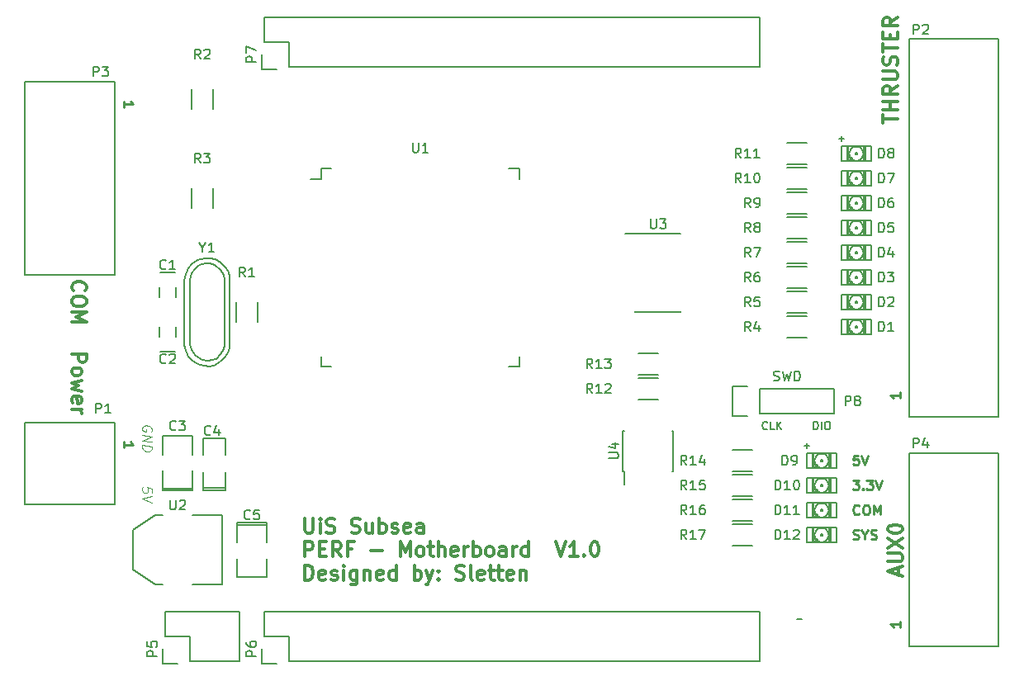
<source format=gbr>
G04 #@! TF.FileFunction,Legend,Top*
%FSLAX46Y46*%
G04 Gerber Fmt 4.6, Leading zero omitted, Abs format (unit mm)*
G04 Created by KiCad (PCBNEW (after 2015-mar-04 BZR unknown)-product) date 04.07.2015 19:25:11*
%MOMM*%
G01*
G04 APERTURE LIST*
%ADD10C,0.100000*%
%ADD11C,0.200000*%
%ADD12C,0.300000*%
%ADD13C,0.250000*%
%ADD14C,0.125000*%
%ADD15C,0.150000*%
G04 APERTURE END LIST*
D10*
D11*
X192220953Y-99421905D02*
X192220953Y-98621905D01*
X192411429Y-98621905D01*
X192525715Y-98660000D01*
X192601906Y-98736190D01*
X192640001Y-98812381D01*
X192678096Y-98964762D01*
X192678096Y-99079048D01*
X192640001Y-99231429D01*
X192601906Y-99307619D01*
X192525715Y-99383810D01*
X192411429Y-99421905D01*
X192220953Y-99421905D01*
X193020953Y-99421905D02*
X193020953Y-98621905D01*
X193554286Y-98621905D02*
X193706667Y-98621905D01*
X193782858Y-98660000D01*
X193859048Y-98736190D01*
X193897143Y-98888571D01*
X193897143Y-99155238D01*
X193859048Y-99307619D01*
X193782858Y-99383810D01*
X193706667Y-99421905D01*
X193554286Y-99421905D01*
X193478096Y-99383810D01*
X193401905Y-99307619D01*
X193363810Y-99155238D01*
X193363810Y-98888571D01*
X193401905Y-98736190D01*
X193478096Y-98660000D01*
X193554286Y-98621905D01*
X187483810Y-99345714D02*
X187445715Y-99383810D01*
X187331429Y-99421905D01*
X187255239Y-99421905D01*
X187140953Y-99383810D01*
X187064762Y-99307619D01*
X187026667Y-99231429D01*
X186988572Y-99079048D01*
X186988572Y-98964762D01*
X187026667Y-98812381D01*
X187064762Y-98736190D01*
X187140953Y-98660000D01*
X187255239Y-98621905D01*
X187331429Y-98621905D01*
X187445715Y-98660000D01*
X187483810Y-98698095D01*
X188207620Y-99421905D02*
X187826667Y-99421905D01*
X187826667Y-98621905D01*
X188474286Y-99421905D02*
X188474286Y-98621905D01*
X188931429Y-99421905D02*
X188588572Y-98964762D01*
X188931429Y-98621905D02*
X188474286Y-99079048D01*
X188126857Y-94384762D02*
X188269714Y-94432381D01*
X188507810Y-94432381D01*
X188603048Y-94384762D01*
X188650667Y-94337143D01*
X188698286Y-94241905D01*
X188698286Y-94146667D01*
X188650667Y-94051429D01*
X188603048Y-94003810D01*
X188507810Y-93956190D01*
X188317333Y-93908571D01*
X188222095Y-93860952D01*
X188174476Y-93813333D01*
X188126857Y-93718095D01*
X188126857Y-93622857D01*
X188174476Y-93527619D01*
X188222095Y-93480000D01*
X188317333Y-93432381D01*
X188555429Y-93432381D01*
X188698286Y-93480000D01*
X189031619Y-93432381D02*
X189269714Y-94432381D01*
X189460191Y-93718095D01*
X189650667Y-94432381D01*
X189888762Y-93432381D01*
X190269714Y-94432381D02*
X190269714Y-93432381D01*
X190507809Y-93432381D01*
X190650667Y-93480000D01*
X190745905Y-93575238D01*
X190793524Y-93670476D01*
X190841143Y-93860952D01*
X190841143Y-94003810D01*
X190793524Y-94194286D01*
X190745905Y-94289524D01*
X190650667Y-94384762D01*
X190507809Y-94432381D01*
X190269714Y-94432381D01*
D12*
X140057143Y-108538571D02*
X140057143Y-109752857D01*
X140128571Y-109895714D01*
X140200000Y-109967143D01*
X140342857Y-110038571D01*
X140628571Y-110038571D01*
X140771429Y-109967143D01*
X140842857Y-109895714D01*
X140914286Y-109752857D01*
X140914286Y-108538571D01*
X141628572Y-110038571D02*
X141628572Y-109038571D01*
X141628572Y-108538571D02*
X141557143Y-108610000D01*
X141628572Y-108681429D01*
X141700000Y-108610000D01*
X141628572Y-108538571D01*
X141628572Y-108681429D01*
X142271429Y-109967143D02*
X142485715Y-110038571D01*
X142842858Y-110038571D01*
X142985715Y-109967143D01*
X143057144Y-109895714D01*
X143128572Y-109752857D01*
X143128572Y-109610000D01*
X143057144Y-109467143D01*
X142985715Y-109395714D01*
X142842858Y-109324286D01*
X142557144Y-109252857D01*
X142414286Y-109181429D01*
X142342858Y-109110000D01*
X142271429Y-108967143D01*
X142271429Y-108824286D01*
X142342858Y-108681429D01*
X142414286Y-108610000D01*
X142557144Y-108538571D01*
X142914286Y-108538571D01*
X143128572Y-108610000D01*
X144842857Y-109967143D02*
X145057143Y-110038571D01*
X145414286Y-110038571D01*
X145557143Y-109967143D01*
X145628572Y-109895714D01*
X145700000Y-109752857D01*
X145700000Y-109610000D01*
X145628572Y-109467143D01*
X145557143Y-109395714D01*
X145414286Y-109324286D01*
X145128572Y-109252857D01*
X144985714Y-109181429D01*
X144914286Y-109110000D01*
X144842857Y-108967143D01*
X144842857Y-108824286D01*
X144914286Y-108681429D01*
X144985714Y-108610000D01*
X145128572Y-108538571D01*
X145485714Y-108538571D01*
X145700000Y-108610000D01*
X146985714Y-109038571D02*
X146985714Y-110038571D01*
X146342857Y-109038571D02*
X146342857Y-109824286D01*
X146414285Y-109967143D01*
X146557143Y-110038571D01*
X146771428Y-110038571D01*
X146914285Y-109967143D01*
X146985714Y-109895714D01*
X147700000Y-110038571D02*
X147700000Y-108538571D01*
X147700000Y-109110000D02*
X147842857Y-109038571D01*
X148128571Y-109038571D01*
X148271428Y-109110000D01*
X148342857Y-109181429D01*
X148414286Y-109324286D01*
X148414286Y-109752857D01*
X148342857Y-109895714D01*
X148271428Y-109967143D01*
X148128571Y-110038571D01*
X147842857Y-110038571D01*
X147700000Y-109967143D01*
X148985714Y-109967143D02*
X149128571Y-110038571D01*
X149414286Y-110038571D01*
X149557143Y-109967143D01*
X149628571Y-109824286D01*
X149628571Y-109752857D01*
X149557143Y-109610000D01*
X149414286Y-109538571D01*
X149200000Y-109538571D01*
X149057143Y-109467143D01*
X148985714Y-109324286D01*
X148985714Y-109252857D01*
X149057143Y-109110000D01*
X149200000Y-109038571D01*
X149414286Y-109038571D01*
X149557143Y-109110000D01*
X150842857Y-109967143D02*
X150700000Y-110038571D01*
X150414286Y-110038571D01*
X150271429Y-109967143D01*
X150200000Y-109824286D01*
X150200000Y-109252857D01*
X150271429Y-109110000D01*
X150414286Y-109038571D01*
X150700000Y-109038571D01*
X150842857Y-109110000D01*
X150914286Y-109252857D01*
X150914286Y-109395714D01*
X150200000Y-109538571D01*
X152200000Y-110038571D02*
X152200000Y-109252857D01*
X152128571Y-109110000D01*
X151985714Y-109038571D01*
X151700000Y-109038571D01*
X151557143Y-109110000D01*
X152200000Y-109967143D02*
X152057143Y-110038571D01*
X151700000Y-110038571D01*
X151557143Y-109967143D01*
X151485714Y-109824286D01*
X151485714Y-109681429D01*
X151557143Y-109538571D01*
X151700000Y-109467143D01*
X152057143Y-109467143D01*
X152200000Y-109395714D01*
X140057143Y-112438571D02*
X140057143Y-110938571D01*
X140628571Y-110938571D01*
X140771429Y-111010000D01*
X140842857Y-111081429D01*
X140914286Y-111224286D01*
X140914286Y-111438571D01*
X140842857Y-111581429D01*
X140771429Y-111652857D01*
X140628571Y-111724286D01*
X140057143Y-111724286D01*
X141557143Y-111652857D02*
X142057143Y-111652857D01*
X142271429Y-112438571D02*
X141557143Y-112438571D01*
X141557143Y-110938571D01*
X142271429Y-110938571D01*
X143771429Y-112438571D02*
X143271429Y-111724286D01*
X142914286Y-112438571D02*
X142914286Y-110938571D01*
X143485714Y-110938571D01*
X143628572Y-111010000D01*
X143700000Y-111081429D01*
X143771429Y-111224286D01*
X143771429Y-111438571D01*
X143700000Y-111581429D01*
X143628572Y-111652857D01*
X143485714Y-111724286D01*
X142914286Y-111724286D01*
X144914286Y-111652857D02*
X144414286Y-111652857D01*
X144414286Y-112438571D02*
X144414286Y-110938571D01*
X145128572Y-110938571D01*
X146842857Y-111867143D02*
X147985714Y-111867143D01*
X149842857Y-112438571D02*
X149842857Y-110938571D01*
X150342857Y-112010000D01*
X150842857Y-110938571D01*
X150842857Y-112438571D01*
X151771429Y-112438571D02*
X151628571Y-112367143D01*
X151557143Y-112295714D01*
X151485714Y-112152857D01*
X151485714Y-111724286D01*
X151557143Y-111581429D01*
X151628571Y-111510000D01*
X151771429Y-111438571D01*
X151985714Y-111438571D01*
X152128571Y-111510000D01*
X152200000Y-111581429D01*
X152271429Y-111724286D01*
X152271429Y-112152857D01*
X152200000Y-112295714D01*
X152128571Y-112367143D01*
X151985714Y-112438571D01*
X151771429Y-112438571D01*
X152700000Y-111438571D02*
X153271429Y-111438571D01*
X152914286Y-110938571D02*
X152914286Y-112224286D01*
X152985714Y-112367143D01*
X153128572Y-112438571D01*
X153271429Y-112438571D01*
X153771429Y-112438571D02*
X153771429Y-110938571D01*
X154414286Y-112438571D02*
X154414286Y-111652857D01*
X154342857Y-111510000D01*
X154200000Y-111438571D01*
X153985715Y-111438571D01*
X153842857Y-111510000D01*
X153771429Y-111581429D01*
X155700000Y-112367143D02*
X155557143Y-112438571D01*
X155271429Y-112438571D01*
X155128572Y-112367143D01*
X155057143Y-112224286D01*
X155057143Y-111652857D01*
X155128572Y-111510000D01*
X155271429Y-111438571D01*
X155557143Y-111438571D01*
X155700000Y-111510000D01*
X155771429Y-111652857D01*
X155771429Y-111795714D01*
X155057143Y-111938571D01*
X156414286Y-112438571D02*
X156414286Y-111438571D01*
X156414286Y-111724286D02*
X156485714Y-111581429D01*
X156557143Y-111510000D01*
X156700000Y-111438571D01*
X156842857Y-111438571D01*
X157342857Y-112438571D02*
X157342857Y-110938571D01*
X157342857Y-111510000D02*
X157485714Y-111438571D01*
X157771428Y-111438571D01*
X157914285Y-111510000D01*
X157985714Y-111581429D01*
X158057143Y-111724286D01*
X158057143Y-112152857D01*
X157985714Y-112295714D01*
X157914285Y-112367143D01*
X157771428Y-112438571D01*
X157485714Y-112438571D01*
X157342857Y-112367143D01*
X158914286Y-112438571D02*
X158771428Y-112367143D01*
X158700000Y-112295714D01*
X158628571Y-112152857D01*
X158628571Y-111724286D01*
X158700000Y-111581429D01*
X158771428Y-111510000D01*
X158914286Y-111438571D01*
X159128571Y-111438571D01*
X159271428Y-111510000D01*
X159342857Y-111581429D01*
X159414286Y-111724286D01*
X159414286Y-112152857D01*
X159342857Y-112295714D01*
X159271428Y-112367143D01*
X159128571Y-112438571D01*
X158914286Y-112438571D01*
X160700000Y-112438571D02*
X160700000Y-111652857D01*
X160628571Y-111510000D01*
X160485714Y-111438571D01*
X160200000Y-111438571D01*
X160057143Y-111510000D01*
X160700000Y-112367143D02*
X160557143Y-112438571D01*
X160200000Y-112438571D01*
X160057143Y-112367143D01*
X159985714Y-112224286D01*
X159985714Y-112081429D01*
X160057143Y-111938571D01*
X160200000Y-111867143D01*
X160557143Y-111867143D01*
X160700000Y-111795714D01*
X161414286Y-112438571D02*
X161414286Y-111438571D01*
X161414286Y-111724286D02*
X161485714Y-111581429D01*
X161557143Y-111510000D01*
X161700000Y-111438571D01*
X161842857Y-111438571D01*
X162985714Y-112438571D02*
X162985714Y-110938571D01*
X162985714Y-112367143D02*
X162842857Y-112438571D01*
X162557143Y-112438571D01*
X162414285Y-112367143D01*
X162342857Y-112295714D01*
X162271428Y-112152857D01*
X162271428Y-111724286D01*
X162342857Y-111581429D01*
X162414285Y-111510000D01*
X162557143Y-111438571D01*
X162842857Y-111438571D01*
X162985714Y-111510000D01*
X165771428Y-110938571D02*
X166271428Y-112438571D01*
X166771428Y-110938571D01*
X168057142Y-112438571D02*
X167199999Y-112438571D01*
X167628571Y-112438571D02*
X167628571Y-110938571D01*
X167485714Y-111152857D01*
X167342856Y-111295714D01*
X167199999Y-111367143D01*
X168699999Y-112295714D02*
X168771427Y-112367143D01*
X168699999Y-112438571D01*
X168628570Y-112367143D01*
X168699999Y-112295714D01*
X168699999Y-112438571D01*
X169699999Y-110938571D02*
X169842856Y-110938571D01*
X169985713Y-111010000D01*
X170057142Y-111081429D01*
X170128571Y-111224286D01*
X170199999Y-111510000D01*
X170199999Y-111867143D01*
X170128571Y-112152857D01*
X170057142Y-112295714D01*
X169985713Y-112367143D01*
X169842856Y-112438571D01*
X169699999Y-112438571D01*
X169557142Y-112367143D01*
X169485713Y-112295714D01*
X169414285Y-112152857D01*
X169342856Y-111867143D01*
X169342856Y-111510000D01*
X169414285Y-111224286D01*
X169485713Y-111081429D01*
X169557142Y-111010000D01*
X169699999Y-110938571D01*
X140057143Y-114838571D02*
X140057143Y-113338571D01*
X140414286Y-113338571D01*
X140628571Y-113410000D01*
X140771429Y-113552857D01*
X140842857Y-113695714D01*
X140914286Y-113981429D01*
X140914286Y-114195714D01*
X140842857Y-114481429D01*
X140771429Y-114624286D01*
X140628571Y-114767143D01*
X140414286Y-114838571D01*
X140057143Y-114838571D01*
X142128571Y-114767143D02*
X141985714Y-114838571D01*
X141700000Y-114838571D01*
X141557143Y-114767143D01*
X141485714Y-114624286D01*
X141485714Y-114052857D01*
X141557143Y-113910000D01*
X141700000Y-113838571D01*
X141985714Y-113838571D01*
X142128571Y-113910000D01*
X142200000Y-114052857D01*
X142200000Y-114195714D01*
X141485714Y-114338571D01*
X142771428Y-114767143D02*
X142914285Y-114838571D01*
X143200000Y-114838571D01*
X143342857Y-114767143D01*
X143414285Y-114624286D01*
X143414285Y-114552857D01*
X143342857Y-114410000D01*
X143200000Y-114338571D01*
X142985714Y-114338571D01*
X142842857Y-114267143D01*
X142771428Y-114124286D01*
X142771428Y-114052857D01*
X142842857Y-113910000D01*
X142985714Y-113838571D01*
X143200000Y-113838571D01*
X143342857Y-113910000D01*
X144057143Y-114838571D02*
X144057143Y-113838571D01*
X144057143Y-113338571D02*
X143985714Y-113410000D01*
X144057143Y-113481429D01*
X144128571Y-113410000D01*
X144057143Y-113338571D01*
X144057143Y-113481429D01*
X145414286Y-113838571D02*
X145414286Y-115052857D01*
X145342857Y-115195714D01*
X145271429Y-115267143D01*
X145128572Y-115338571D01*
X144914286Y-115338571D01*
X144771429Y-115267143D01*
X145414286Y-114767143D02*
X145271429Y-114838571D01*
X144985715Y-114838571D01*
X144842857Y-114767143D01*
X144771429Y-114695714D01*
X144700000Y-114552857D01*
X144700000Y-114124286D01*
X144771429Y-113981429D01*
X144842857Y-113910000D01*
X144985715Y-113838571D01*
X145271429Y-113838571D01*
X145414286Y-113910000D01*
X146128572Y-113838571D02*
X146128572Y-114838571D01*
X146128572Y-113981429D02*
X146200000Y-113910000D01*
X146342858Y-113838571D01*
X146557143Y-113838571D01*
X146700000Y-113910000D01*
X146771429Y-114052857D01*
X146771429Y-114838571D01*
X148057143Y-114767143D02*
X147914286Y-114838571D01*
X147628572Y-114838571D01*
X147485715Y-114767143D01*
X147414286Y-114624286D01*
X147414286Y-114052857D01*
X147485715Y-113910000D01*
X147628572Y-113838571D01*
X147914286Y-113838571D01*
X148057143Y-113910000D01*
X148128572Y-114052857D01*
X148128572Y-114195714D01*
X147414286Y-114338571D01*
X149414286Y-114838571D02*
X149414286Y-113338571D01*
X149414286Y-114767143D02*
X149271429Y-114838571D01*
X148985715Y-114838571D01*
X148842857Y-114767143D01*
X148771429Y-114695714D01*
X148700000Y-114552857D01*
X148700000Y-114124286D01*
X148771429Y-113981429D01*
X148842857Y-113910000D01*
X148985715Y-113838571D01*
X149271429Y-113838571D01*
X149414286Y-113910000D01*
X151271429Y-114838571D02*
X151271429Y-113338571D01*
X151271429Y-113910000D02*
X151414286Y-113838571D01*
X151700000Y-113838571D01*
X151842857Y-113910000D01*
X151914286Y-113981429D01*
X151985715Y-114124286D01*
X151985715Y-114552857D01*
X151914286Y-114695714D01*
X151842857Y-114767143D01*
X151700000Y-114838571D01*
X151414286Y-114838571D01*
X151271429Y-114767143D01*
X152485715Y-113838571D02*
X152842858Y-114838571D01*
X153200000Y-113838571D02*
X152842858Y-114838571D01*
X152700000Y-115195714D01*
X152628572Y-115267143D01*
X152485715Y-115338571D01*
X153771429Y-114695714D02*
X153842857Y-114767143D01*
X153771429Y-114838571D01*
X153700000Y-114767143D01*
X153771429Y-114695714D01*
X153771429Y-114838571D01*
X153771429Y-113910000D02*
X153842857Y-113981429D01*
X153771429Y-114052857D01*
X153700000Y-113981429D01*
X153771429Y-113910000D01*
X153771429Y-114052857D01*
X155557143Y-114767143D02*
X155771429Y-114838571D01*
X156128572Y-114838571D01*
X156271429Y-114767143D01*
X156342858Y-114695714D01*
X156414286Y-114552857D01*
X156414286Y-114410000D01*
X156342858Y-114267143D01*
X156271429Y-114195714D01*
X156128572Y-114124286D01*
X155842858Y-114052857D01*
X155700000Y-113981429D01*
X155628572Y-113910000D01*
X155557143Y-113767143D01*
X155557143Y-113624286D01*
X155628572Y-113481429D01*
X155700000Y-113410000D01*
X155842858Y-113338571D01*
X156200000Y-113338571D01*
X156414286Y-113410000D01*
X157271429Y-114838571D02*
X157128571Y-114767143D01*
X157057143Y-114624286D01*
X157057143Y-113338571D01*
X158414285Y-114767143D02*
X158271428Y-114838571D01*
X157985714Y-114838571D01*
X157842857Y-114767143D01*
X157771428Y-114624286D01*
X157771428Y-114052857D01*
X157842857Y-113910000D01*
X157985714Y-113838571D01*
X158271428Y-113838571D01*
X158414285Y-113910000D01*
X158485714Y-114052857D01*
X158485714Y-114195714D01*
X157771428Y-114338571D01*
X158914285Y-113838571D02*
X159485714Y-113838571D01*
X159128571Y-113338571D02*
X159128571Y-114624286D01*
X159199999Y-114767143D01*
X159342857Y-114838571D01*
X159485714Y-114838571D01*
X159771428Y-113838571D02*
X160342857Y-113838571D01*
X159985714Y-113338571D02*
X159985714Y-114624286D01*
X160057142Y-114767143D01*
X160200000Y-114838571D01*
X160342857Y-114838571D01*
X161414285Y-114767143D02*
X161271428Y-114838571D01*
X160985714Y-114838571D01*
X160842857Y-114767143D01*
X160771428Y-114624286D01*
X160771428Y-114052857D01*
X160842857Y-113910000D01*
X160985714Y-113838571D01*
X161271428Y-113838571D01*
X161414285Y-113910000D01*
X161485714Y-114052857D01*
X161485714Y-114195714D01*
X160771428Y-114338571D01*
X162128571Y-113838571D02*
X162128571Y-114838571D01*
X162128571Y-113981429D02*
X162199999Y-113910000D01*
X162342857Y-113838571D01*
X162557142Y-113838571D01*
X162699999Y-113910000D01*
X162771428Y-114052857D01*
X162771428Y-114838571D01*
D11*
X125222000Y-91440000D02*
X126746000Y-91440000D01*
X125222000Y-83312000D02*
X126746000Y-83312000D01*
X190500000Y-118872000D02*
X191008000Y-118872000D01*
X195072000Y-69342000D02*
X195072000Y-69850000D01*
X194818000Y-69596000D02*
X195326000Y-69596000D01*
X191516000Y-100838000D02*
X191516000Y-101346000D01*
X191516000Y-101092000D02*
X191516000Y-100838000D01*
X191770000Y-101092000D02*
X191516000Y-101092000D01*
X191262000Y-101092000D02*
X191770000Y-101092000D01*
X191516000Y-101092000D02*
X191262000Y-101092000D01*
D13*
X121467619Y-66325715D02*
X121467619Y-65754286D01*
X121467619Y-66040000D02*
X122467619Y-66040000D01*
X122324762Y-65944762D01*
X122229524Y-65849524D01*
X122181905Y-65754286D01*
X121467619Y-101250715D02*
X121467619Y-100679286D01*
X121467619Y-100965000D02*
X122467619Y-100965000D01*
X122324762Y-100869762D01*
X122229524Y-100774524D01*
X122181905Y-100679286D01*
X201112381Y-119094285D02*
X201112381Y-119665714D01*
X201112381Y-119380000D02*
X200112381Y-119380000D01*
X200255238Y-119475238D01*
X200350476Y-119570476D01*
X200398095Y-119665714D01*
X201112381Y-95599285D02*
X201112381Y-96170714D01*
X201112381Y-95885000D02*
X200112381Y-95885000D01*
X200255238Y-95980238D01*
X200350476Y-96075476D01*
X200398095Y-96170714D01*
D12*
X200910000Y-114331428D02*
X200910000Y-113617142D01*
X201338571Y-114474285D02*
X199838571Y-113974285D01*
X201338571Y-113474285D01*
X199838571Y-112974285D02*
X201052857Y-112974285D01*
X201195714Y-112902857D01*
X201267143Y-112831428D01*
X201338571Y-112688571D01*
X201338571Y-112402857D01*
X201267143Y-112259999D01*
X201195714Y-112188571D01*
X201052857Y-112117142D01*
X199838571Y-112117142D01*
X199838571Y-111545713D02*
X201338571Y-110545713D01*
X199838571Y-110545713D02*
X201338571Y-111545713D01*
X199838571Y-109688571D02*
X199838571Y-109545714D01*
X199910000Y-109402857D01*
X199981429Y-109331428D01*
X200124286Y-109259999D01*
X200410000Y-109188571D01*
X200767143Y-109188571D01*
X201052857Y-109259999D01*
X201195714Y-109331428D01*
X201267143Y-109402857D01*
X201338571Y-109545714D01*
X201338571Y-109688571D01*
X201267143Y-109831428D01*
X201195714Y-109902857D01*
X201052857Y-109974285D01*
X200767143Y-110045714D01*
X200410000Y-110045714D01*
X200124286Y-109974285D01*
X199981429Y-109902857D01*
X199910000Y-109831428D01*
X199838571Y-109688571D01*
X199330571Y-67948286D02*
X199330571Y-67091143D01*
X200830571Y-67519714D02*
X199330571Y-67519714D01*
X200830571Y-66591143D02*
X199330571Y-66591143D01*
X200044857Y-66591143D02*
X200044857Y-65734000D01*
X200830571Y-65734000D02*
X199330571Y-65734000D01*
X200830571Y-64162571D02*
X200116286Y-64662571D01*
X200830571Y-65019714D02*
X199330571Y-65019714D01*
X199330571Y-64448286D01*
X199402000Y-64305428D01*
X199473429Y-64234000D01*
X199616286Y-64162571D01*
X199830571Y-64162571D01*
X199973429Y-64234000D01*
X200044857Y-64305428D01*
X200116286Y-64448286D01*
X200116286Y-65019714D01*
X199330571Y-63519714D02*
X200544857Y-63519714D01*
X200687714Y-63448286D01*
X200759143Y-63376857D01*
X200830571Y-63234000D01*
X200830571Y-62948286D01*
X200759143Y-62805428D01*
X200687714Y-62734000D01*
X200544857Y-62662571D01*
X199330571Y-62662571D01*
X200759143Y-62019714D02*
X200830571Y-61805428D01*
X200830571Y-61448285D01*
X200759143Y-61305428D01*
X200687714Y-61233999D01*
X200544857Y-61162571D01*
X200402000Y-61162571D01*
X200259143Y-61233999D01*
X200187714Y-61305428D01*
X200116286Y-61448285D01*
X200044857Y-61733999D01*
X199973429Y-61876857D01*
X199902000Y-61948285D01*
X199759143Y-62019714D01*
X199616286Y-62019714D01*
X199473429Y-61948285D01*
X199402000Y-61876857D01*
X199330571Y-61733999D01*
X199330571Y-61376857D01*
X199402000Y-61162571D01*
X199330571Y-60734000D02*
X199330571Y-59876857D01*
X200830571Y-60305428D02*
X199330571Y-60305428D01*
X200044857Y-59376857D02*
X200044857Y-58876857D01*
X200830571Y-58662571D02*
X200830571Y-59376857D01*
X199330571Y-59376857D01*
X199330571Y-58662571D01*
X200830571Y-57162571D02*
X200116286Y-57662571D01*
X200830571Y-58019714D02*
X199330571Y-58019714D01*
X199330571Y-57448286D01*
X199402000Y-57305428D01*
X199473429Y-57234000D01*
X199616286Y-57162571D01*
X199830571Y-57162571D01*
X199973429Y-57234000D01*
X200044857Y-57305428D01*
X200116286Y-57448286D01*
X200116286Y-58019714D01*
D13*
X196278476Y-110640762D02*
X196421333Y-110688381D01*
X196659429Y-110688381D01*
X196754667Y-110640762D01*
X196802286Y-110593143D01*
X196849905Y-110497905D01*
X196849905Y-110402667D01*
X196802286Y-110307429D01*
X196754667Y-110259810D01*
X196659429Y-110212190D01*
X196468952Y-110164571D01*
X196373714Y-110116952D01*
X196326095Y-110069333D01*
X196278476Y-109974095D01*
X196278476Y-109878857D01*
X196326095Y-109783619D01*
X196373714Y-109736000D01*
X196468952Y-109688381D01*
X196707048Y-109688381D01*
X196849905Y-109736000D01*
X197468952Y-110212190D02*
X197468952Y-110688381D01*
X197135619Y-109688381D02*
X197468952Y-110212190D01*
X197802286Y-109688381D01*
X198088000Y-110640762D02*
X198230857Y-110688381D01*
X198468953Y-110688381D01*
X198564191Y-110640762D01*
X198611810Y-110593143D01*
X198659429Y-110497905D01*
X198659429Y-110402667D01*
X198611810Y-110307429D01*
X198564191Y-110259810D01*
X198468953Y-110212190D01*
X198278476Y-110164571D01*
X198183238Y-110116952D01*
X198135619Y-110069333D01*
X198088000Y-109974095D01*
X198088000Y-109878857D01*
X198135619Y-109783619D01*
X198183238Y-109736000D01*
X198278476Y-109688381D01*
X198516572Y-109688381D01*
X198659429Y-109736000D01*
X196897524Y-108053143D02*
X196849905Y-108100762D01*
X196707048Y-108148381D01*
X196611810Y-108148381D01*
X196468952Y-108100762D01*
X196373714Y-108005524D01*
X196326095Y-107910286D01*
X196278476Y-107719810D01*
X196278476Y-107576952D01*
X196326095Y-107386476D01*
X196373714Y-107291238D01*
X196468952Y-107196000D01*
X196611810Y-107148381D01*
X196707048Y-107148381D01*
X196849905Y-107196000D01*
X196897524Y-107243619D01*
X197516571Y-107148381D02*
X197707048Y-107148381D01*
X197802286Y-107196000D01*
X197897524Y-107291238D01*
X197945143Y-107481714D01*
X197945143Y-107815048D01*
X197897524Y-108005524D01*
X197802286Y-108100762D01*
X197707048Y-108148381D01*
X197516571Y-108148381D01*
X197421333Y-108100762D01*
X197326095Y-108005524D01*
X197278476Y-107815048D01*
X197278476Y-107481714D01*
X197326095Y-107291238D01*
X197421333Y-107196000D01*
X197516571Y-107148381D01*
X198373714Y-108148381D02*
X198373714Y-107148381D01*
X198707048Y-107862667D01*
X199040381Y-107148381D01*
X199040381Y-108148381D01*
X196230857Y-104608381D02*
X196849905Y-104608381D01*
X196516571Y-104989333D01*
X196659429Y-104989333D01*
X196754667Y-105036952D01*
X196802286Y-105084571D01*
X196849905Y-105179810D01*
X196849905Y-105417905D01*
X196802286Y-105513143D01*
X196754667Y-105560762D01*
X196659429Y-105608381D01*
X196373714Y-105608381D01*
X196278476Y-105560762D01*
X196230857Y-105513143D01*
X197278476Y-105513143D02*
X197326095Y-105560762D01*
X197278476Y-105608381D01*
X197230857Y-105560762D01*
X197278476Y-105513143D01*
X197278476Y-105608381D01*
X197659428Y-104608381D02*
X198278476Y-104608381D01*
X197945142Y-104989333D01*
X198088000Y-104989333D01*
X198183238Y-105036952D01*
X198230857Y-105084571D01*
X198278476Y-105179810D01*
X198278476Y-105417905D01*
X198230857Y-105513143D01*
X198183238Y-105560762D01*
X198088000Y-105608381D01*
X197802285Y-105608381D01*
X197707047Y-105560762D01*
X197659428Y-105513143D01*
X198564190Y-104608381D02*
X198897523Y-105608381D01*
X199230857Y-104608381D01*
X196802286Y-102068381D02*
X196326095Y-102068381D01*
X196278476Y-102544571D01*
X196326095Y-102496952D01*
X196421333Y-102449333D01*
X196659429Y-102449333D01*
X196754667Y-102496952D01*
X196802286Y-102544571D01*
X196849905Y-102639810D01*
X196849905Y-102877905D01*
X196802286Y-102973143D01*
X196754667Y-103020762D01*
X196659429Y-103068381D01*
X196421333Y-103068381D01*
X196326095Y-103020762D01*
X196278476Y-102973143D01*
X197135619Y-102068381D02*
X197468952Y-103068381D01*
X197802286Y-102068381D01*
D14*
X124325000Y-99630596D02*
X124372619Y-99541310D01*
X124372619Y-99398453D01*
X124325000Y-99249643D01*
X124229762Y-99142500D01*
X124134524Y-99082977D01*
X123944048Y-99011548D01*
X123801190Y-98993691D01*
X123610714Y-99017500D01*
X123515476Y-99053215D01*
X123420238Y-99136548D01*
X123372619Y-99273453D01*
X123372619Y-99368691D01*
X123420238Y-99517501D01*
X123467857Y-99571072D01*
X123801190Y-99612739D01*
X123801190Y-99422263D01*
X123372619Y-99987738D02*
X124372619Y-100112738D01*
X123372619Y-100559167D01*
X124372619Y-100684167D01*
X123372619Y-101035357D02*
X124372619Y-101160357D01*
X124372619Y-101398452D01*
X124325000Y-101535358D01*
X124229762Y-101618691D01*
X124134524Y-101654406D01*
X123944048Y-101678215D01*
X123801190Y-101660358D01*
X123610714Y-101588929D01*
X123515476Y-101529406D01*
X123420238Y-101422263D01*
X123372619Y-101273452D01*
X123372619Y-101035357D01*
X124372619Y-105922976D02*
X124372619Y-105446785D01*
X123896429Y-105339643D01*
X123944048Y-105393214D01*
X123991667Y-105494404D01*
X123991667Y-105732500D01*
X123944048Y-105821786D01*
X123896429Y-105863453D01*
X123801190Y-105899167D01*
X123563095Y-105869405D01*
X123467857Y-105809881D01*
X123420238Y-105756310D01*
X123372619Y-105655119D01*
X123372619Y-105417023D01*
X123420238Y-105327738D01*
X123467857Y-105286071D01*
X124372619Y-106256309D02*
X123372619Y-106464642D01*
X124372619Y-106922976D01*
D12*
X116161429Y-91650715D02*
X117661429Y-91650715D01*
X117661429Y-92222143D01*
X117590000Y-92365001D01*
X117518571Y-92436429D01*
X117375714Y-92507858D01*
X117161429Y-92507858D01*
X117018571Y-92436429D01*
X116947143Y-92365001D01*
X116875714Y-92222143D01*
X116875714Y-91650715D01*
X116161429Y-93365001D02*
X116232857Y-93222143D01*
X116304286Y-93150715D01*
X116447143Y-93079286D01*
X116875714Y-93079286D01*
X117018571Y-93150715D01*
X117090000Y-93222143D01*
X117161429Y-93365001D01*
X117161429Y-93579286D01*
X117090000Y-93722143D01*
X117018571Y-93793572D01*
X116875714Y-93865001D01*
X116447143Y-93865001D01*
X116304286Y-93793572D01*
X116232857Y-93722143D01*
X116161429Y-93579286D01*
X116161429Y-93365001D01*
X117161429Y-94365001D02*
X116161429Y-94650715D01*
X116875714Y-94936429D01*
X116161429Y-95222144D01*
X117161429Y-95507858D01*
X116232857Y-96650715D02*
X116161429Y-96507858D01*
X116161429Y-96222144D01*
X116232857Y-96079287D01*
X116375714Y-96007858D01*
X116947143Y-96007858D01*
X117090000Y-96079287D01*
X117161429Y-96222144D01*
X117161429Y-96507858D01*
X117090000Y-96650715D01*
X116947143Y-96722144D01*
X116804286Y-96722144D01*
X116661429Y-96007858D01*
X116161429Y-97365001D02*
X117161429Y-97365001D01*
X116875714Y-97365001D02*
X117018571Y-97436429D01*
X117090000Y-97507858D01*
X117161429Y-97650715D01*
X117161429Y-97793572D01*
X116304286Y-85181429D02*
X116232857Y-85110000D01*
X116161429Y-84895714D01*
X116161429Y-84752857D01*
X116232857Y-84538572D01*
X116375714Y-84395714D01*
X116518571Y-84324286D01*
X116804286Y-84252857D01*
X117018571Y-84252857D01*
X117304286Y-84324286D01*
X117447143Y-84395714D01*
X117590000Y-84538572D01*
X117661429Y-84752857D01*
X117661429Y-84895714D01*
X117590000Y-85110000D01*
X117518571Y-85181429D01*
X117661429Y-86110000D02*
X117661429Y-86395714D01*
X117590000Y-86538572D01*
X117447143Y-86681429D01*
X117161429Y-86752857D01*
X116661429Y-86752857D01*
X116375714Y-86681429D01*
X116232857Y-86538572D01*
X116161429Y-86395714D01*
X116161429Y-86110000D01*
X116232857Y-85967143D01*
X116375714Y-85824286D01*
X116661429Y-85752857D01*
X117161429Y-85752857D01*
X117447143Y-85824286D01*
X117590000Y-85967143D01*
X117661429Y-86110000D01*
X116161429Y-87395715D02*
X117661429Y-87395715D01*
X116590000Y-87895715D01*
X117661429Y-88395715D01*
X116161429Y-88395715D01*
D15*
X125476000Y-105664000D02*
X128524000Y-105664000D01*
X128524000Y-101981000D02*
X128524000Y-100076000D01*
X128524000Y-100076000D02*
X125476000Y-100076000D01*
X125476000Y-100076000D02*
X125476000Y-101981000D01*
X125476000Y-103632000D02*
X125476000Y-105664000D01*
X125476000Y-105464000D02*
X128524000Y-105464000D01*
X128524000Y-105664000D02*
X128524000Y-103632000D01*
X129667000Y-105410000D02*
X129667000Y-105664000D01*
X129667000Y-105664000D02*
X131953000Y-105664000D01*
X131953000Y-105664000D02*
X131953000Y-105410000D01*
X129667000Y-105410000D02*
X131953000Y-105410000D01*
X131953000Y-105410000D02*
X131953000Y-103759000D01*
X129667000Y-101981000D02*
X129667000Y-100330000D01*
X129667000Y-100330000D02*
X131953000Y-100330000D01*
X131953000Y-100330000D02*
X131953000Y-101981000D01*
X129667000Y-103759000D02*
X129667000Y-105410000D01*
X136144000Y-108966000D02*
X133096000Y-108966000D01*
X133096000Y-112649000D02*
X133096000Y-114554000D01*
X133096000Y-114554000D02*
X136144000Y-114554000D01*
X136144000Y-114554000D02*
X136144000Y-112649000D01*
X136144000Y-110998000D02*
X136144000Y-108966000D01*
X136144000Y-109166000D02*
X133096000Y-109166000D01*
X133096000Y-108966000D02*
X133096000Y-110998000D01*
X196695060Y-88999060D02*
X196496940Y-88999060D01*
X196496940Y-88999060D02*
X196496940Y-88800940D01*
X196695060Y-88800940D02*
X196496940Y-88800940D01*
X196695060Y-88999060D02*
X196695060Y-88800940D01*
X196146420Y-89598500D02*
X195798440Y-89598500D01*
X195798440Y-89598500D02*
X195798440Y-89349580D01*
X196146420Y-89349580D02*
X195798440Y-89349580D01*
X196146420Y-89598500D02*
X196146420Y-89349580D01*
X195798440Y-89598500D02*
X195696840Y-89598500D01*
X195696840Y-89598500D02*
X195696840Y-88402160D01*
X195798440Y-88402160D02*
X195696840Y-88402160D01*
X195798440Y-89598500D02*
X195798440Y-88402160D01*
X195798440Y-88351360D02*
X195696840Y-88351360D01*
X195696840Y-88351360D02*
X195696840Y-88201500D01*
X195798440Y-88201500D02*
X195696840Y-88201500D01*
X195798440Y-88351360D02*
X195798440Y-88201500D01*
X197495160Y-89598500D02*
X197393560Y-89598500D01*
X197393560Y-89598500D02*
X197393560Y-88402160D01*
X197495160Y-88402160D02*
X197393560Y-88402160D01*
X197495160Y-89598500D02*
X197495160Y-88402160D01*
X197495160Y-88351360D02*
X197393560Y-88351360D01*
X197393560Y-88351360D02*
X197393560Y-88201500D01*
X197495160Y-88201500D02*
X197393560Y-88201500D01*
X197495160Y-88351360D02*
X197495160Y-88201500D01*
X196146420Y-89598500D02*
X195996560Y-89598500D01*
X195996560Y-89598500D02*
X195996560Y-89349580D01*
X196146420Y-89349580D02*
X195996560Y-89349580D01*
X196146420Y-89598500D02*
X196146420Y-89349580D01*
X195046600Y-89649300D02*
X198145400Y-89649300D01*
X198145400Y-89649300D02*
X198145400Y-88150700D01*
X198145400Y-88150700D02*
X195046600Y-88150700D01*
X195046600Y-88150700D02*
X195046600Y-89649300D01*
X197143262Y-89399354D02*
G75*
G02X196047360Y-89397840I-547262J499354D01*
G01*
X197144133Y-88401602D02*
G75*
G02X197144640Y-89397840I-548133J-498398D01*
G01*
X196048738Y-88400646D02*
G75*
G02X197144640Y-88402160I547262J-499354D01*
G01*
X196047867Y-89398398D02*
G75*
G02X196047360Y-88402160I548133J498398D01*
G01*
X196695060Y-86459060D02*
X196496940Y-86459060D01*
X196496940Y-86459060D02*
X196496940Y-86260940D01*
X196695060Y-86260940D02*
X196496940Y-86260940D01*
X196695060Y-86459060D02*
X196695060Y-86260940D01*
X196146420Y-87058500D02*
X195798440Y-87058500D01*
X195798440Y-87058500D02*
X195798440Y-86809580D01*
X196146420Y-86809580D02*
X195798440Y-86809580D01*
X196146420Y-87058500D02*
X196146420Y-86809580D01*
X195798440Y-87058500D02*
X195696840Y-87058500D01*
X195696840Y-87058500D02*
X195696840Y-85862160D01*
X195798440Y-85862160D02*
X195696840Y-85862160D01*
X195798440Y-87058500D02*
X195798440Y-85862160D01*
X195798440Y-85811360D02*
X195696840Y-85811360D01*
X195696840Y-85811360D02*
X195696840Y-85661500D01*
X195798440Y-85661500D02*
X195696840Y-85661500D01*
X195798440Y-85811360D02*
X195798440Y-85661500D01*
X197495160Y-87058500D02*
X197393560Y-87058500D01*
X197393560Y-87058500D02*
X197393560Y-85862160D01*
X197495160Y-85862160D02*
X197393560Y-85862160D01*
X197495160Y-87058500D02*
X197495160Y-85862160D01*
X197495160Y-85811360D02*
X197393560Y-85811360D01*
X197393560Y-85811360D02*
X197393560Y-85661500D01*
X197495160Y-85661500D02*
X197393560Y-85661500D01*
X197495160Y-85811360D02*
X197495160Y-85661500D01*
X196146420Y-87058500D02*
X195996560Y-87058500D01*
X195996560Y-87058500D02*
X195996560Y-86809580D01*
X196146420Y-86809580D02*
X195996560Y-86809580D01*
X196146420Y-87058500D02*
X196146420Y-86809580D01*
X195046600Y-87109300D02*
X198145400Y-87109300D01*
X198145400Y-87109300D02*
X198145400Y-85610700D01*
X198145400Y-85610700D02*
X195046600Y-85610700D01*
X195046600Y-85610700D02*
X195046600Y-87109300D01*
X197143262Y-86859354D02*
G75*
G02X196047360Y-86857840I-547262J499354D01*
G01*
X197144133Y-85861602D02*
G75*
G02X197144640Y-86857840I-548133J-498398D01*
G01*
X196048738Y-85860646D02*
G75*
G02X197144640Y-85862160I547262J-499354D01*
G01*
X196047867Y-86858398D02*
G75*
G02X196047360Y-85862160I548133J498398D01*
G01*
X196695060Y-83919060D02*
X196496940Y-83919060D01*
X196496940Y-83919060D02*
X196496940Y-83720940D01*
X196695060Y-83720940D02*
X196496940Y-83720940D01*
X196695060Y-83919060D02*
X196695060Y-83720940D01*
X196146420Y-84518500D02*
X195798440Y-84518500D01*
X195798440Y-84518500D02*
X195798440Y-84269580D01*
X196146420Y-84269580D02*
X195798440Y-84269580D01*
X196146420Y-84518500D02*
X196146420Y-84269580D01*
X195798440Y-84518500D02*
X195696840Y-84518500D01*
X195696840Y-84518500D02*
X195696840Y-83322160D01*
X195798440Y-83322160D02*
X195696840Y-83322160D01*
X195798440Y-84518500D02*
X195798440Y-83322160D01*
X195798440Y-83271360D02*
X195696840Y-83271360D01*
X195696840Y-83271360D02*
X195696840Y-83121500D01*
X195798440Y-83121500D02*
X195696840Y-83121500D01*
X195798440Y-83271360D02*
X195798440Y-83121500D01*
X197495160Y-84518500D02*
X197393560Y-84518500D01*
X197393560Y-84518500D02*
X197393560Y-83322160D01*
X197495160Y-83322160D02*
X197393560Y-83322160D01*
X197495160Y-84518500D02*
X197495160Y-83322160D01*
X197495160Y-83271360D02*
X197393560Y-83271360D01*
X197393560Y-83271360D02*
X197393560Y-83121500D01*
X197495160Y-83121500D02*
X197393560Y-83121500D01*
X197495160Y-83271360D02*
X197495160Y-83121500D01*
X196146420Y-84518500D02*
X195996560Y-84518500D01*
X195996560Y-84518500D02*
X195996560Y-84269580D01*
X196146420Y-84269580D02*
X195996560Y-84269580D01*
X196146420Y-84518500D02*
X196146420Y-84269580D01*
X195046600Y-84569300D02*
X198145400Y-84569300D01*
X198145400Y-84569300D02*
X198145400Y-83070700D01*
X198145400Y-83070700D02*
X195046600Y-83070700D01*
X195046600Y-83070700D02*
X195046600Y-84569300D01*
X197143262Y-84319354D02*
G75*
G02X196047360Y-84317840I-547262J499354D01*
G01*
X197144133Y-83321602D02*
G75*
G02X197144640Y-84317840I-548133J-498398D01*
G01*
X196048738Y-83320646D02*
G75*
G02X197144640Y-83322160I547262J-499354D01*
G01*
X196047867Y-84318398D02*
G75*
G02X196047360Y-83322160I548133J498398D01*
G01*
X196695060Y-81379060D02*
X196496940Y-81379060D01*
X196496940Y-81379060D02*
X196496940Y-81180940D01*
X196695060Y-81180940D02*
X196496940Y-81180940D01*
X196695060Y-81379060D02*
X196695060Y-81180940D01*
X196146420Y-81978500D02*
X195798440Y-81978500D01*
X195798440Y-81978500D02*
X195798440Y-81729580D01*
X196146420Y-81729580D02*
X195798440Y-81729580D01*
X196146420Y-81978500D02*
X196146420Y-81729580D01*
X195798440Y-81978500D02*
X195696840Y-81978500D01*
X195696840Y-81978500D02*
X195696840Y-80782160D01*
X195798440Y-80782160D02*
X195696840Y-80782160D01*
X195798440Y-81978500D02*
X195798440Y-80782160D01*
X195798440Y-80731360D02*
X195696840Y-80731360D01*
X195696840Y-80731360D02*
X195696840Y-80581500D01*
X195798440Y-80581500D02*
X195696840Y-80581500D01*
X195798440Y-80731360D02*
X195798440Y-80581500D01*
X197495160Y-81978500D02*
X197393560Y-81978500D01*
X197393560Y-81978500D02*
X197393560Y-80782160D01*
X197495160Y-80782160D02*
X197393560Y-80782160D01*
X197495160Y-81978500D02*
X197495160Y-80782160D01*
X197495160Y-80731360D02*
X197393560Y-80731360D01*
X197393560Y-80731360D02*
X197393560Y-80581500D01*
X197495160Y-80581500D02*
X197393560Y-80581500D01*
X197495160Y-80731360D02*
X197495160Y-80581500D01*
X196146420Y-81978500D02*
X195996560Y-81978500D01*
X195996560Y-81978500D02*
X195996560Y-81729580D01*
X196146420Y-81729580D02*
X195996560Y-81729580D01*
X196146420Y-81978500D02*
X196146420Y-81729580D01*
X195046600Y-82029300D02*
X198145400Y-82029300D01*
X198145400Y-82029300D02*
X198145400Y-80530700D01*
X198145400Y-80530700D02*
X195046600Y-80530700D01*
X195046600Y-80530700D02*
X195046600Y-82029300D01*
X197143262Y-81779354D02*
G75*
G02X196047360Y-81777840I-547262J499354D01*
G01*
X197144133Y-80781602D02*
G75*
G02X197144640Y-81777840I-548133J-498398D01*
G01*
X196048738Y-80780646D02*
G75*
G02X197144640Y-80782160I547262J-499354D01*
G01*
X196047867Y-81778398D02*
G75*
G02X196047360Y-80782160I548133J498398D01*
G01*
X196695060Y-78839060D02*
X196496940Y-78839060D01*
X196496940Y-78839060D02*
X196496940Y-78640940D01*
X196695060Y-78640940D02*
X196496940Y-78640940D01*
X196695060Y-78839060D02*
X196695060Y-78640940D01*
X196146420Y-79438500D02*
X195798440Y-79438500D01*
X195798440Y-79438500D02*
X195798440Y-79189580D01*
X196146420Y-79189580D02*
X195798440Y-79189580D01*
X196146420Y-79438500D02*
X196146420Y-79189580D01*
X195798440Y-79438500D02*
X195696840Y-79438500D01*
X195696840Y-79438500D02*
X195696840Y-78242160D01*
X195798440Y-78242160D02*
X195696840Y-78242160D01*
X195798440Y-79438500D02*
X195798440Y-78242160D01*
X195798440Y-78191360D02*
X195696840Y-78191360D01*
X195696840Y-78191360D02*
X195696840Y-78041500D01*
X195798440Y-78041500D02*
X195696840Y-78041500D01*
X195798440Y-78191360D02*
X195798440Y-78041500D01*
X197495160Y-79438500D02*
X197393560Y-79438500D01*
X197393560Y-79438500D02*
X197393560Y-78242160D01*
X197495160Y-78242160D02*
X197393560Y-78242160D01*
X197495160Y-79438500D02*
X197495160Y-78242160D01*
X197495160Y-78191360D02*
X197393560Y-78191360D01*
X197393560Y-78191360D02*
X197393560Y-78041500D01*
X197495160Y-78041500D02*
X197393560Y-78041500D01*
X197495160Y-78191360D02*
X197495160Y-78041500D01*
X196146420Y-79438500D02*
X195996560Y-79438500D01*
X195996560Y-79438500D02*
X195996560Y-79189580D01*
X196146420Y-79189580D02*
X195996560Y-79189580D01*
X196146420Y-79438500D02*
X196146420Y-79189580D01*
X195046600Y-79489300D02*
X198145400Y-79489300D01*
X198145400Y-79489300D02*
X198145400Y-77990700D01*
X198145400Y-77990700D02*
X195046600Y-77990700D01*
X195046600Y-77990700D02*
X195046600Y-79489300D01*
X197143262Y-79239354D02*
G75*
G02X196047360Y-79237840I-547262J499354D01*
G01*
X197144133Y-78241602D02*
G75*
G02X197144640Y-79237840I-548133J-498398D01*
G01*
X196048738Y-78240646D02*
G75*
G02X197144640Y-78242160I547262J-499354D01*
G01*
X196047867Y-79238398D02*
G75*
G02X196047360Y-78242160I548133J498398D01*
G01*
X196695060Y-76299060D02*
X196496940Y-76299060D01*
X196496940Y-76299060D02*
X196496940Y-76100940D01*
X196695060Y-76100940D02*
X196496940Y-76100940D01*
X196695060Y-76299060D02*
X196695060Y-76100940D01*
X196146420Y-76898500D02*
X195798440Y-76898500D01*
X195798440Y-76898500D02*
X195798440Y-76649580D01*
X196146420Y-76649580D02*
X195798440Y-76649580D01*
X196146420Y-76898500D02*
X196146420Y-76649580D01*
X195798440Y-76898500D02*
X195696840Y-76898500D01*
X195696840Y-76898500D02*
X195696840Y-75702160D01*
X195798440Y-75702160D02*
X195696840Y-75702160D01*
X195798440Y-76898500D02*
X195798440Y-75702160D01*
X195798440Y-75651360D02*
X195696840Y-75651360D01*
X195696840Y-75651360D02*
X195696840Y-75501500D01*
X195798440Y-75501500D02*
X195696840Y-75501500D01*
X195798440Y-75651360D02*
X195798440Y-75501500D01*
X197495160Y-76898500D02*
X197393560Y-76898500D01*
X197393560Y-76898500D02*
X197393560Y-75702160D01*
X197495160Y-75702160D02*
X197393560Y-75702160D01*
X197495160Y-76898500D02*
X197495160Y-75702160D01*
X197495160Y-75651360D02*
X197393560Y-75651360D01*
X197393560Y-75651360D02*
X197393560Y-75501500D01*
X197495160Y-75501500D02*
X197393560Y-75501500D01*
X197495160Y-75651360D02*
X197495160Y-75501500D01*
X196146420Y-76898500D02*
X195996560Y-76898500D01*
X195996560Y-76898500D02*
X195996560Y-76649580D01*
X196146420Y-76649580D02*
X195996560Y-76649580D01*
X196146420Y-76898500D02*
X196146420Y-76649580D01*
X195046600Y-76949300D02*
X198145400Y-76949300D01*
X198145400Y-76949300D02*
X198145400Y-75450700D01*
X198145400Y-75450700D02*
X195046600Y-75450700D01*
X195046600Y-75450700D02*
X195046600Y-76949300D01*
X197143262Y-76699354D02*
G75*
G02X196047360Y-76697840I-547262J499354D01*
G01*
X197144133Y-75701602D02*
G75*
G02X197144640Y-76697840I-548133J-498398D01*
G01*
X196048738Y-75700646D02*
G75*
G02X197144640Y-75702160I547262J-499354D01*
G01*
X196047867Y-76698398D02*
G75*
G02X196047360Y-75702160I548133J498398D01*
G01*
X196695060Y-73759060D02*
X196496940Y-73759060D01*
X196496940Y-73759060D02*
X196496940Y-73560940D01*
X196695060Y-73560940D02*
X196496940Y-73560940D01*
X196695060Y-73759060D02*
X196695060Y-73560940D01*
X196146420Y-74358500D02*
X195798440Y-74358500D01*
X195798440Y-74358500D02*
X195798440Y-74109580D01*
X196146420Y-74109580D02*
X195798440Y-74109580D01*
X196146420Y-74358500D02*
X196146420Y-74109580D01*
X195798440Y-74358500D02*
X195696840Y-74358500D01*
X195696840Y-74358500D02*
X195696840Y-73162160D01*
X195798440Y-73162160D02*
X195696840Y-73162160D01*
X195798440Y-74358500D02*
X195798440Y-73162160D01*
X195798440Y-73111360D02*
X195696840Y-73111360D01*
X195696840Y-73111360D02*
X195696840Y-72961500D01*
X195798440Y-72961500D02*
X195696840Y-72961500D01*
X195798440Y-73111360D02*
X195798440Y-72961500D01*
X197495160Y-74358500D02*
X197393560Y-74358500D01*
X197393560Y-74358500D02*
X197393560Y-73162160D01*
X197495160Y-73162160D02*
X197393560Y-73162160D01*
X197495160Y-74358500D02*
X197495160Y-73162160D01*
X197495160Y-73111360D02*
X197393560Y-73111360D01*
X197393560Y-73111360D02*
X197393560Y-72961500D01*
X197495160Y-72961500D02*
X197393560Y-72961500D01*
X197495160Y-73111360D02*
X197495160Y-72961500D01*
X196146420Y-74358500D02*
X195996560Y-74358500D01*
X195996560Y-74358500D02*
X195996560Y-74109580D01*
X196146420Y-74109580D02*
X195996560Y-74109580D01*
X196146420Y-74358500D02*
X196146420Y-74109580D01*
X195046600Y-74409300D02*
X198145400Y-74409300D01*
X198145400Y-74409300D02*
X198145400Y-72910700D01*
X198145400Y-72910700D02*
X195046600Y-72910700D01*
X195046600Y-72910700D02*
X195046600Y-74409300D01*
X197143262Y-74159354D02*
G75*
G02X196047360Y-74157840I-547262J499354D01*
G01*
X197144133Y-73161602D02*
G75*
G02X197144640Y-74157840I-548133J-498398D01*
G01*
X196048738Y-73160646D02*
G75*
G02X197144640Y-73162160I547262J-499354D01*
G01*
X196047867Y-74158398D02*
G75*
G02X196047360Y-73162160I548133J498398D01*
G01*
X196695060Y-71219060D02*
X196496940Y-71219060D01*
X196496940Y-71219060D02*
X196496940Y-71020940D01*
X196695060Y-71020940D02*
X196496940Y-71020940D01*
X196695060Y-71219060D02*
X196695060Y-71020940D01*
X196146420Y-71818500D02*
X195798440Y-71818500D01*
X195798440Y-71818500D02*
X195798440Y-71569580D01*
X196146420Y-71569580D02*
X195798440Y-71569580D01*
X196146420Y-71818500D02*
X196146420Y-71569580D01*
X195798440Y-71818500D02*
X195696840Y-71818500D01*
X195696840Y-71818500D02*
X195696840Y-70622160D01*
X195798440Y-70622160D02*
X195696840Y-70622160D01*
X195798440Y-71818500D02*
X195798440Y-70622160D01*
X195798440Y-70571360D02*
X195696840Y-70571360D01*
X195696840Y-70571360D02*
X195696840Y-70421500D01*
X195798440Y-70421500D02*
X195696840Y-70421500D01*
X195798440Y-70571360D02*
X195798440Y-70421500D01*
X197495160Y-71818500D02*
X197393560Y-71818500D01*
X197393560Y-71818500D02*
X197393560Y-70622160D01*
X197495160Y-70622160D02*
X197393560Y-70622160D01*
X197495160Y-71818500D02*
X197495160Y-70622160D01*
X197495160Y-70571360D02*
X197393560Y-70571360D01*
X197393560Y-70571360D02*
X197393560Y-70421500D01*
X197495160Y-70421500D02*
X197393560Y-70421500D01*
X197495160Y-70571360D02*
X197495160Y-70421500D01*
X196146420Y-71818500D02*
X195996560Y-71818500D01*
X195996560Y-71818500D02*
X195996560Y-71569580D01*
X196146420Y-71569580D02*
X195996560Y-71569580D01*
X196146420Y-71818500D02*
X196146420Y-71569580D01*
X195046600Y-71869300D02*
X198145400Y-71869300D01*
X198145400Y-71869300D02*
X198145400Y-70370700D01*
X198145400Y-70370700D02*
X195046600Y-70370700D01*
X195046600Y-70370700D02*
X195046600Y-71869300D01*
X197143262Y-71619354D02*
G75*
G02X196047360Y-71617840I-547262J499354D01*
G01*
X197144133Y-70621602D02*
G75*
G02X197144640Y-71617840I-548133J-498398D01*
G01*
X196048738Y-70620646D02*
G75*
G02X197144640Y-70622160I547262J-499354D01*
G01*
X196047867Y-71618398D02*
G75*
G02X196047360Y-70622160I548133J498398D01*
G01*
X193139060Y-102715060D02*
X192940940Y-102715060D01*
X192940940Y-102715060D02*
X192940940Y-102516940D01*
X193139060Y-102516940D02*
X192940940Y-102516940D01*
X193139060Y-102715060D02*
X193139060Y-102516940D01*
X192590420Y-103314500D02*
X192242440Y-103314500D01*
X192242440Y-103314500D02*
X192242440Y-103065580D01*
X192590420Y-103065580D02*
X192242440Y-103065580D01*
X192590420Y-103314500D02*
X192590420Y-103065580D01*
X192242440Y-103314500D02*
X192140840Y-103314500D01*
X192140840Y-103314500D02*
X192140840Y-102118160D01*
X192242440Y-102118160D02*
X192140840Y-102118160D01*
X192242440Y-103314500D02*
X192242440Y-102118160D01*
X192242440Y-102067360D02*
X192140840Y-102067360D01*
X192140840Y-102067360D02*
X192140840Y-101917500D01*
X192242440Y-101917500D02*
X192140840Y-101917500D01*
X192242440Y-102067360D02*
X192242440Y-101917500D01*
X193939160Y-103314500D02*
X193837560Y-103314500D01*
X193837560Y-103314500D02*
X193837560Y-102118160D01*
X193939160Y-102118160D02*
X193837560Y-102118160D01*
X193939160Y-103314500D02*
X193939160Y-102118160D01*
X193939160Y-102067360D02*
X193837560Y-102067360D01*
X193837560Y-102067360D02*
X193837560Y-101917500D01*
X193939160Y-101917500D02*
X193837560Y-101917500D01*
X193939160Y-102067360D02*
X193939160Y-101917500D01*
X192590420Y-103314500D02*
X192440560Y-103314500D01*
X192440560Y-103314500D02*
X192440560Y-103065580D01*
X192590420Y-103065580D02*
X192440560Y-103065580D01*
X192590420Y-103314500D02*
X192590420Y-103065580D01*
X191490600Y-103365300D02*
X194589400Y-103365300D01*
X194589400Y-103365300D02*
X194589400Y-101866700D01*
X194589400Y-101866700D02*
X191490600Y-101866700D01*
X191490600Y-101866700D02*
X191490600Y-103365300D01*
X193587262Y-103115354D02*
G75*
G02X192491360Y-103113840I-547262J499354D01*
G01*
X193588133Y-102117602D02*
G75*
G02X193588640Y-103113840I-548133J-498398D01*
G01*
X192492738Y-102116646D02*
G75*
G02X193588640Y-102118160I547262J-499354D01*
G01*
X192491867Y-103114398D02*
G75*
G02X192491360Y-102118160I548133J498398D01*
G01*
X193139060Y-105255060D02*
X192940940Y-105255060D01*
X192940940Y-105255060D02*
X192940940Y-105056940D01*
X193139060Y-105056940D02*
X192940940Y-105056940D01*
X193139060Y-105255060D02*
X193139060Y-105056940D01*
X192590420Y-105854500D02*
X192242440Y-105854500D01*
X192242440Y-105854500D02*
X192242440Y-105605580D01*
X192590420Y-105605580D02*
X192242440Y-105605580D01*
X192590420Y-105854500D02*
X192590420Y-105605580D01*
X192242440Y-105854500D02*
X192140840Y-105854500D01*
X192140840Y-105854500D02*
X192140840Y-104658160D01*
X192242440Y-104658160D02*
X192140840Y-104658160D01*
X192242440Y-105854500D02*
X192242440Y-104658160D01*
X192242440Y-104607360D02*
X192140840Y-104607360D01*
X192140840Y-104607360D02*
X192140840Y-104457500D01*
X192242440Y-104457500D02*
X192140840Y-104457500D01*
X192242440Y-104607360D02*
X192242440Y-104457500D01*
X193939160Y-105854500D02*
X193837560Y-105854500D01*
X193837560Y-105854500D02*
X193837560Y-104658160D01*
X193939160Y-104658160D02*
X193837560Y-104658160D01*
X193939160Y-105854500D02*
X193939160Y-104658160D01*
X193939160Y-104607360D02*
X193837560Y-104607360D01*
X193837560Y-104607360D02*
X193837560Y-104457500D01*
X193939160Y-104457500D02*
X193837560Y-104457500D01*
X193939160Y-104607360D02*
X193939160Y-104457500D01*
X192590420Y-105854500D02*
X192440560Y-105854500D01*
X192440560Y-105854500D02*
X192440560Y-105605580D01*
X192590420Y-105605580D02*
X192440560Y-105605580D01*
X192590420Y-105854500D02*
X192590420Y-105605580D01*
X191490600Y-105905300D02*
X194589400Y-105905300D01*
X194589400Y-105905300D02*
X194589400Y-104406700D01*
X194589400Y-104406700D02*
X191490600Y-104406700D01*
X191490600Y-104406700D02*
X191490600Y-105905300D01*
X193587262Y-105655354D02*
G75*
G02X192491360Y-105653840I-547262J499354D01*
G01*
X193588133Y-104657602D02*
G75*
G02X193588640Y-105653840I-548133J-498398D01*
G01*
X192492738Y-104656646D02*
G75*
G02X193588640Y-104658160I547262J-499354D01*
G01*
X192491867Y-105654398D02*
G75*
G02X192491360Y-104658160I548133J498398D01*
G01*
X193139060Y-107795060D02*
X192940940Y-107795060D01*
X192940940Y-107795060D02*
X192940940Y-107596940D01*
X193139060Y-107596940D02*
X192940940Y-107596940D01*
X193139060Y-107795060D02*
X193139060Y-107596940D01*
X192590420Y-108394500D02*
X192242440Y-108394500D01*
X192242440Y-108394500D02*
X192242440Y-108145580D01*
X192590420Y-108145580D02*
X192242440Y-108145580D01*
X192590420Y-108394500D02*
X192590420Y-108145580D01*
X192242440Y-108394500D02*
X192140840Y-108394500D01*
X192140840Y-108394500D02*
X192140840Y-107198160D01*
X192242440Y-107198160D02*
X192140840Y-107198160D01*
X192242440Y-108394500D02*
X192242440Y-107198160D01*
X192242440Y-107147360D02*
X192140840Y-107147360D01*
X192140840Y-107147360D02*
X192140840Y-106997500D01*
X192242440Y-106997500D02*
X192140840Y-106997500D01*
X192242440Y-107147360D02*
X192242440Y-106997500D01*
X193939160Y-108394500D02*
X193837560Y-108394500D01*
X193837560Y-108394500D02*
X193837560Y-107198160D01*
X193939160Y-107198160D02*
X193837560Y-107198160D01*
X193939160Y-108394500D02*
X193939160Y-107198160D01*
X193939160Y-107147360D02*
X193837560Y-107147360D01*
X193837560Y-107147360D02*
X193837560Y-106997500D01*
X193939160Y-106997500D02*
X193837560Y-106997500D01*
X193939160Y-107147360D02*
X193939160Y-106997500D01*
X192590420Y-108394500D02*
X192440560Y-108394500D01*
X192440560Y-108394500D02*
X192440560Y-108145580D01*
X192590420Y-108145580D02*
X192440560Y-108145580D01*
X192590420Y-108394500D02*
X192590420Y-108145580D01*
X191490600Y-108445300D02*
X194589400Y-108445300D01*
X194589400Y-108445300D02*
X194589400Y-106946700D01*
X194589400Y-106946700D02*
X191490600Y-106946700D01*
X191490600Y-106946700D02*
X191490600Y-108445300D01*
X193587262Y-108195354D02*
G75*
G02X192491360Y-108193840I-547262J499354D01*
G01*
X193588133Y-107197602D02*
G75*
G02X193588640Y-108193840I-548133J-498398D01*
G01*
X192492738Y-107196646D02*
G75*
G02X193588640Y-107198160I547262J-499354D01*
G01*
X192491867Y-108194398D02*
G75*
G02X192491360Y-107198160I548133J498398D01*
G01*
X193139060Y-110335060D02*
X192940940Y-110335060D01*
X192940940Y-110335060D02*
X192940940Y-110136940D01*
X193139060Y-110136940D02*
X192940940Y-110136940D01*
X193139060Y-110335060D02*
X193139060Y-110136940D01*
X192590420Y-110934500D02*
X192242440Y-110934500D01*
X192242440Y-110934500D02*
X192242440Y-110685580D01*
X192590420Y-110685580D02*
X192242440Y-110685580D01*
X192590420Y-110934500D02*
X192590420Y-110685580D01*
X192242440Y-110934500D02*
X192140840Y-110934500D01*
X192140840Y-110934500D02*
X192140840Y-109738160D01*
X192242440Y-109738160D02*
X192140840Y-109738160D01*
X192242440Y-110934500D02*
X192242440Y-109738160D01*
X192242440Y-109687360D02*
X192140840Y-109687360D01*
X192140840Y-109687360D02*
X192140840Y-109537500D01*
X192242440Y-109537500D02*
X192140840Y-109537500D01*
X192242440Y-109687360D02*
X192242440Y-109537500D01*
X193939160Y-110934500D02*
X193837560Y-110934500D01*
X193837560Y-110934500D02*
X193837560Y-109738160D01*
X193939160Y-109738160D02*
X193837560Y-109738160D01*
X193939160Y-110934500D02*
X193939160Y-109738160D01*
X193939160Y-109687360D02*
X193837560Y-109687360D01*
X193837560Y-109687360D02*
X193837560Y-109537500D01*
X193939160Y-109537500D02*
X193837560Y-109537500D01*
X193939160Y-109687360D02*
X193939160Y-109537500D01*
X192590420Y-110934500D02*
X192440560Y-110934500D01*
X192440560Y-110934500D02*
X192440560Y-110685580D01*
X192590420Y-110685580D02*
X192440560Y-110685580D01*
X192590420Y-110934500D02*
X192590420Y-110685580D01*
X191490600Y-110985300D02*
X194589400Y-110985300D01*
X194589400Y-110985300D02*
X194589400Y-109486700D01*
X194589400Y-109486700D02*
X191490600Y-109486700D01*
X191490600Y-109486700D02*
X191490600Y-110985300D01*
X193587262Y-110735354D02*
G75*
G02X192491360Y-110733840I-547262J499354D01*
G01*
X193588133Y-109737602D02*
G75*
G02X193588640Y-110733840I-548133J-498398D01*
G01*
X192492738Y-109736646D02*
G75*
G02X193588640Y-109738160I547262J-499354D01*
G01*
X192491867Y-110734398D02*
G75*
G02X192491360Y-109738160I548133J498398D01*
G01*
X128270000Y-123190000D02*
X133350000Y-123190000D01*
X125450000Y-123470000D02*
X125450000Y-121920000D01*
X125730000Y-120650000D02*
X128270000Y-120650000D01*
X128270000Y-120650000D02*
X128270000Y-123190000D01*
X133350000Y-123190000D02*
X133350000Y-118110000D01*
X133350000Y-118110000D02*
X128270000Y-118110000D01*
X125450000Y-123470000D02*
X127000000Y-123470000D01*
X125730000Y-118110000D02*
X125730000Y-120650000D01*
X128270000Y-118110000D02*
X125730000Y-118110000D01*
X186690000Y-118110000D02*
X135890000Y-118110000D01*
X138430000Y-123190000D02*
X186690000Y-123190000D01*
X186690000Y-118110000D02*
X186690000Y-123190000D01*
X135890000Y-118110000D02*
X135890000Y-120650000D01*
X135610000Y-121920000D02*
X135610000Y-123470000D01*
X135890000Y-120650000D02*
X138430000Y-120650000D01*
X138430000Y-120650000D02*
X138430000Y-123190000D01*
X135610000Y-123470000D02*
X137160000Y-123470000D01*
X186690000Y-57150000D02*
X135890000Y-57150000D01*
X138430000Y-62230000D02*
X186690000Y-62230000D01*
X186690000Y-57150000D02*
X186690000Y-62230000D01*
X135890000Y-57150000D02*
X135890000Y-59690000D01*
X135610000Y-60960000D02*
X135610000Y-62510000D01*
X135890000Y-59690000D02*
X138430000Y-59690000D01*
X138430000Y-59690000D02*
X138430000Y-62230000D01*
X135610000Y-62510000D02*
X137160000Y-62510000D01*
X186690000Y-97790000D02*
X194310000Y-97790000D01*
X186690000Y-95250000D02*
X194310000Y-95250000D01*
X183870000Y-94970000D02*
X185420000Y-94970000D01*
X194310000Y-97790000D02*
X194310000Y-95250000D01*
X186690000Y-95250000D02*
X186690000Y-97790000D01*
X185420000Y-98070000D02*
X183870000Y-98070000D01*
X183870000Y-98070000D02*
X183870000Y-94970000D01*
X133037000Y-88376000D02*
X133037000Y-86376000D01*
X135187000Y-86376000D02*
X135187000Y-88376000D01*
X128465000Y-66532000D02*
X128465000Y-64532000D01*
X130615000Y-64532000D02*
X130615000Y-66532000D01*
X130615000Y-74692000D02*
X130615000Y-76692000D01*
X128465000Y-76692000D02*
X128465000Y-74692000D01*
X189500000Y-87825000D02*
X191500000Y-87825000D01*
X191500000Y-89975000D02*
X189500000Y-89975000D01*
X189500000Y-85285000D02*
X191500000Y-85285000D01*
X191500000Y-87435000D02*
X189500000Y-87435000D01*
X189500000Y-82745000D02*
X191500000Y-82745000D01*
X191500000Y-84895000D02*
X189500000Y-84895000D01*
X189500000Y-80205000D02*
X191500000Y-80205000D01*
X191500000Y-82355000D02*
X189500000Y-82355000D01*
X189500000Y-77665000D02*
X191500000Y-77665000D01*
X191500000Y-79815000D02*
X189500000Y-79815000D01*
X189500000Y-75125000D02*
X191500000Y-75125000D01*
X191500000Y-77275000D02*
X189500000Y-77275000D01*
X189500000Y-72585000D02*
X191500000Y-72585000D01*
X191500000Y-74735000D02*
X189500000Y-74735000D01*
X189500000Y-70045000D02*
X191500000Y-70045000D01*
X191500000Y-72195000D02*
X189500000Y-72195000D01*
X174260000Y-94175000D02*
X176260000Y-94175000D01*
X176260000Y-96325000D02*
X174260000Y-96325000D01*
X174260000Y-91635000D02*
X176260000Y-91635000D01*
X176260000Y-93785000D02*
X174260000Y-93785000D01*
X183912000Y-101541000D02*
X185912000Y-101541000D01*
X185912000Y-103691000D02*
X183912000Y-103691000D01*
X183912000Y-104081000D02*
X185912000Y-104081000D01*
X185912000Y-106231000D02*
X183912000Y-106231000D01*
X183912000Y-106621000D02*
X185912000Y-106621000D01*
X185912000Y-108771000D02*
X183912000Y-108771000D01*
X183912000Y-109161000D02*
X185912000Y-109161000D01*
X185912000Y-111311000D02*
X183912000Y-111311000D01*
X141717000Y-72629000D02*
X141717000Y-73704000D01*
X162067000Y-72629000D02*
X162067000Y-73704000D01*
X162067000Y-92979000D02*
X162067000Y-91904000D01*
X141717000Y-92979000D02*
X141717000Y-91904000D01*
X141717000Y-72629000D02*
X142792000Y-72629000D01*
X141717000Y-92979000D02*
X142792000Y-92979000D01*
X162067000Y-92979000D02*
X160992000Y-92979000D01*
X162067000Y-72629000D02*
X160992000Y-72629000D01*
X141717000Y-73704000D02*
X140617000Y-73704000D01*
X128524000Y-115316000D02*
X131572000Y-115316000D01*
X131572000Y-115316000D02*
X131572000Y-108204000D01*
X131572000Y-108204000D02*
X128524000Y-108204000D01*
X125476000Y-115316000D02*
X124714000Y-115316000D01*
X124714000Y-115316000D02*
X122428000Y-113792000D01*
X122428000Y-113792000D02*
X122428000Y-109728000D01*
X122428000Y-109728000D02*
X124714000Y-108204000D01*
X124714000Y-108204000D02*
X125476000Y-108204000D01*
X172685000Y-103675000D02*
X172830000Y-103675000D01*
X172685000Y-99525000D02*
X172830000Y-99525000D01*
X177835000Y-99525000D02*
X177690000Y-99525000D01*
X177835000Y-103675000D02*
X177690000Y-103675000D01*
X172685000Y-103675000D02*
X172685000Y-99525000D01*
X177835000Y-103675000D02*
X177835000Y-99525000D01*
X172830000Y-103675000D02*
X172830000Y-105075000D01*
X126834000Y-85844000D02*
X126834000Y-84844000D01*
X125134000Y-84844000D02*
X125134000Y-85844000D01*
X125134000Y-88908000D02*
X125134000Y-89908000D01*
X126834000Y-89908000D02*
X126834000Y-88908000D01*
X131048760Y-92075000D02*
X130647440Y-92275660D01*
X130647440Y-92275660D02*
X130048000Y-92377260D01*
X130048000Y-92377260D02*
X129547620Y-92275660D01*
X129547620Y-92275660D02*
X128849120Y-91876880D01*
X128849120Y-91876880D02*
X128447800Y-91274900D01*
X128447800Y-91274900D02*
X128247140Y-90675460D01*
X128247140Y-90675460D02*
X128247140Y-84076540D01*
X128247140Y-84076540D02*
X128447800Y-83375500D01*
X128447800Y-83375500D02*
X128747520Y-82976720D01*
X128747520Y-82976720D02*
X129247900Y-82575400D01*
X129247900Y-82575400D02*
X129847340Y-82374740D01*
X129847340Y-82374740D02*
X130347720Y-82374740D01*
X130347720Y-82374740D02*
X130848100Y-82575400D01*
X130848100Y-82575400D02*
X131447540Y-83075780D01*
X131447540Y-83075780D02*
X131747260Y-83576160D01*
X131747260Y-83576160D02*
X131848860Y-84076540D01*
X131848860Y-84175600D02*
X131848860Y-90777060D01*
X131848860Y-90777060D02*
X131747260Y-91175840D01*
X131747260Y-91175840D02*
X131447540Y-91676220D01*
X131447540Y-91676220D02*
X130947160Y-92176600D01*
X132377180Y-84185760D02*
X132328920Y-83726020D01*
X132328920Y-83726020D02*
X132217160Y-83327240D01*
X132217160Y-83327240D02*
X131998720Y-82895440D01*
X131998720Y-82895440D02*
X131767580Y-82605880D01*
X131767580Y-82605880D02*
X131417060Y-82275680D01*
X131417060Y-82275680D02*
X130878580Y-81986120D01*
X130878580Y-81986120D02*
X130279140Y-81856580D01*
X130279140Y-81856580D02*
X129768600Y-81856580D01*
X129768600Y-81856580D02*
X129067560Y-82026760D01*
X129067560Y-82026760D02*
X128478280Y-82425540D01*
X128478280Y-82425540D02*
X128107440Y-82885280D01*
X128107440Y-82885280D02*
X127899160Y-83306920D01*
X127899160Y-83306920D02*
X127739140Y-83756500D01*
X127739140Y-83756500D02*
X127708660Y-84195920D01*
X127927100Y-91536520D02*
X128148080Y-91914980D01*
X128148080Y-91914980D02*
X128427480Y-92235020D01*
X128427480Y-92235020D02*
X128757680Y-92486480D01*
X128757680Y-92486480D02*
X129308860Y-92786200D01*
X129308860Y-92786200D02*
X129778760Y-92895420D01*
X129778760Y-92895420D02*
X130238500Y-92915740D01*
X130238500Y-92915740D02*
X130698240Y-92826840D01*
X130698240Y-92826840D02*
X131147820Y-92636340D01*
X131147820Y-92636340D02*
X131617720Y-92275660D01*
X131617720Y-92275660D02*
X131937760Y-91925140D01*
X131937760Y-91925140D02*
X132168900Y-91536520D01*
X132168900Y-91536520D02*
X132308600Y-91107260D01*
X132308600Y-91107260D02*
X132377180Y-90665300D01*
X127718820Y-84175600D02*
X127718820Y-90627200D01*
X127718820Y-90627200D02*
X127756920Y-91046300D01*
X127756920Y-91046300D02*
X127927100Y-91536520D01*
X132377180Y-84175600D02*
X132377180Y-90627200D01*
X120580000Y-107070000D02*
X120580000Y-98670000D01*
X111380000Y-98670000D02*
X111380000Y-107070000D01*
X111380000Y-107070000D02*
X120580000Y-107070000D01*
X120580000Y-98670000D02*
X111380000Y-98670000D01*
X202000000Y-59340000D02*
X202000000Y-98140000D01*
X211200000Y-59340000D02*
X211200000Y-98140000D01*
X202000000Y-59340000D02*
X211200000Y-59340000D01*
X202000000Y-98140000D02*
X211200000Y-98140000D01*
X111380000Y-83560000D02*
X111380000Y-63760000D01*
X120580000Y-63760000D02*
X111380000Y-63760000D01*
X120580000Y-83560000D02*
X120580000Y-63760000D01*
X120580000Y-83560000D02*
X111380000Y-83560000D01*
X211200000Y-101860000D02*
X211200000Y-121660000D01*
X202000000Y-121660000D02*
X211200000Y-121660000D01*
X202000000Y-101860000D02*
X202000000Y-121660000D01*
X202000000Y-101860000D02*
X211200000Y-101860000D01*
X173951000Y-79287000D02*
X173951000Y-79312000D01*
X178601000Y-79287000D02*
X178601000Y-79312000D01*
X178601000Y-87337000D02*
X178601000Y-87312000D01*
X173951000Y-87337000D02*
X173951000Y-87312000D01*
X173951000Y-79287000D02*
X178601000Y-79287000D01*
X173951000Y-87337000D02*
X178601000Y-87337000D01*
X173951000Y-79312000D02*
X172876000Y-79312000D01*
X126833334Y-99417143D02*
X126785715Y-99464762D01*
X126642858Y-99512381D01*
X126547620Y-99512381D01*
X126404762Y-99464762D01*
X126309524Y-99369524D01*
X126261905Y-99274286D01*
X126214286Y-99083810D01*
X126214286Y-98940952D01*
X126261905Y-98750476D01*
X126309524Y-98655238D01*
X126404762Y-98560000D01*
X126547620Y-98512381D01*
X126642858Y-98512381D01*
X126785715Y-98560000D01*
X126833334Y-98607619D01*
X127166667Y-98512381D02*
X127785715Y-98512381D01*
X127452381Y-98893333D01*
X127595239Y-98893333D01*
X127690477Y-98940952D01*
X127738096Y-98988571D01*
X127785715Y-99083810D01*
X127785715Y-99321905D01*
X127738096Y-99417143D01*
X127690477Y-99464762D01*
X127595239Y-99512381D01*
X127309524Y-99512381D01*
X127214286Y-99464762D01*
X127166667Y-99417143D01*
X130389334Y-99925143D02*
X130341715Y-99972762D01*
X130198858Y-100020381D01*
X130103620Y-100020381D01*
X129960762Y-99972762D01*
X129865524Y-99877524D01*
X129817905Y-99782286D01*
X129770286Y-99591810D01*
X129770286Y-99448952D01*
X129817905Y-99258476D01*
X129865524Y-99163238D01*
X129960762Y-99068000D01*
X130103620Y-99020381D01*
X130198858Y-99020381D01*
X130341715Y-99068000D01*
X130389334Y-99115619D01*
X131246477Y-99353714D02*
X131246477Y-100020381D01*
X131008381Y-98972762D02*
X130770286Y-99687048D01*
X131389334Y-99687048D01*
X134453334Y-108561143D02*
X134405715Y-108608762D01*
X134262858Y-108656381D01*
X134167620Y-108656381D01*
X134024762Y-108608762D01*
X133929524Y-108513524D01*
X133881905Y-108418286D01*
X133834286Y-108227810D01*
X133834286Y-108084952D01*
X133881905Y-107894476D01*
X133929524Y-107799238D01*
X134024762Y-107704000D01*
X134167620Y-107656381D01*
X134262858Y-107656381D01*
X134405715Y-107704000D01*
X134453334Y-107751619D01*
X135358096Y-107656381D02*
X134881905Y-107656381D01*
X134834286Y-108132571D01*
X134881905Y-108084952D01*
X134977143Y-108037333D01*
X135215239Y-108037333D01*
X135310477Y-108084952D01*
X135358096Y-108132571D01*
X135405715Y-108227810D01*
X135405715Y-108465905D01*
X135358096Y-108561143D01*
X135310477Y-108608762D01*
X135215239Y-108656381D01*
X134977143Y-108656381D01*
X134881905Y-108608762D01*
X134834286Y-108561143D01*
X198905905Y-89352381D02*
X198905905Y-88352381D01*
X199144000Y-88352381D01*
X199286858Y-88400000D01*
X199382096Y-88495238D01*
X199429715Y-88590476D01*
X199477334Y-88780952D01*
X199477334Y-88923810D01*
X199429715Y-89114286D01*
X199382096Y-89209524D01*
X199286858Y-89304762D01*
X199144000Y-89352381D01*
X198905905Y-89352381D01*
X200429715Y-89352381D02*
X199858286Y-89352381D01*
X200144000Y-89352381D02*
X200144000Y-88352381D01*
X200048762Y-88495238D01*
X199953524Y-88590476D01*
X199858286Y-88638095D01*
X198905905Y-86812381D02*
X198905905Y-85812381D01*
X199144000Y-85812381D01*
X199286858Y-85860000D01*
X199382096Y-85955238D01*
X199429715Y-86050476D01*
X199477334Y-86240952D01*
X199477334Y-86383810D01*
X199429715Y-86574286D01*
X199382096Y-86669524D01*
X199286858Y-86764762D01*
X199144000Y-86812381D01*
X198905905Y-86812381D01*
X199858286Y-85907619D02*
X199905905Y-85860000D01*
X200001143Y-85812381D01*
X200239239Y-85812381D01*
X200334477Y-85860000D01*
X200382096Y-85907619D01*
X200429715Y-86002857D01*
X200429715Y-86098095D01*
X200382096Y-86240952D01*
X199810667Y-86812381D01*
X200429715Y-86812381D01*
X198905905Y-84272381D02*
X198905905Y-83272381D01*
X199144000Y-83272381D01*
X199286858Y-83320000D01*
X199382096Y-83415238D01*
X199429715Y-83510476D01*
X199477334Y-83700952D01*
X199477334Y-83843810D01*
X199429715Y-84034286D01*
X199382096Y-84129524D01*
X199286858Y-84224762D01*
X199144000Y-84272381D01*
X198905905Y-84272381D01*
X199810667Y-83272381D02*
X200429715Y-83272381D01*
X200096381Y-83653333D01*
X200239239Y-83653333D01*
X200334477Y-83700952D01*
X200382096Y-83748571D01*
X200429715Y-83843810D01*
X200429715Y-84081905D01*
X200382096Y-84177143D01*
X200334477Y-84224762D01*
X200239239Y-84272381D01*
X199953524Y-84272381D01*
X199858286Y-84224762D01*
X199810667Y-84177143D01*
X198905905Y-81732381D02*
X198905905Y-80732381D01*
X199144000Y-80732381D01*
X199286858Y-80780000D01*
X199382096Y-80875238D01*
X199429715Y-80970476D01*
X199477334Y-81160952D01*
X199477334Y-81303810D01*
X199429715Y-81494286D01*
X199382096Y-81589524D01*
X199286858Y-81684762D01*
X199144000Y-81732381D01*
X198905905Y-81732381D01*
X200334477Y-81065714D02*
X200334477Y-81732381D01*
X200096381Y-80684762D02*
X199858286Y-81399048D01*
X200477334Y-81399048D01*
X198905905Y-79192381D02*
X198905905Y-78192381D01*
X199144000Y-78192381D01*
X199286858Y-78240000D01*
X199382096Y-78335238D01*
X199429715Y-78430476D01*
X199477334Y-78620952D01*
X199477334Y-78763810D01*
X199429715Y-78954286D01*
X199382096Y-79049524D01*
X199286858Y-79144762D01*
X199144000Y-79192381D01*
X198905905Y-79192381D01*
X200382096Y-78192381D02*
X199905905Y-78192381D01*
X199858286Y-78668571D01*
X199905905Y-78620952D01*
X200001143Y-78573333D01*
X200239239Y-78573333D01*
X200334477Y-78620952D01*
X200382096Y-78668571D01*
X200429715Y-78763810D01*
X200429715Y-79001905D01*
X200382096Y-79097143D01*
X200334477Y-79144762D01*
X200239239Y-79192381D01*
X200001143Y-79192381D01*
X199905905Y-79144762D01*
X199858286Y-79097143D01*
X198905905Y-76652381D02*
X198905905Y-75652381D01*
X199144000Y-75652381D01*
X199286858Y-75700000D01*
X199382096Y-75795238D01*
X199429715Y-75890476D01*
X199477334Y-76080952D01*
X199477334Y-76223810D01*
X199429715Y-76414286D01*
X199382096Y-76509524D01*
X199286858Y-76604762D01*
X199144000Y-76652381D01*
X198905905Y-76652381D01*
X200334477Y-75652381D02*
X200144000Y-75652381D01*
X200048762Y-75700000D01*
X200001143Y-75747619D01*
X199905905Y-75890476D01*
X199858286Y-76080952D01*
X199858286Y-76461905D01*
X199905905Y-76557143D01*
X199953524Y-76604762D01*
X200048762Y-76652381D01*
X200239239Y-76652381D01*
X200334477Y-76604762D01*
X200382096Y-76557143D01*
X200429715Y-76461905D01*
X200429715Y-76223810D01*
X200382096Y-76128571D01*
X200334477Y-76080952D01*
X200239239Y-76033333D01*
X200048762Y-76033333D01*
X199953524Y-76080952D01*
X199905905Y-76128571D01*
X199858286Y-76223810D01*
X198905905Y-74112381D02*
X198905905Y-73112381D01*
X199144000Y-73112381D01*
X199286858Y-73160000D01*
X199382096Y-73255238D01*
X199429715Y-73350476D01*
X199477334Y-73540952D01*
X199477334Y-73683810D01*
X199429715Y-73874286D01*
X199382096Y-73969524D01*
X199286858Y-74064762D01*
X199144000Y-74112381D01*
X198905905Y-74112381D01*
X199810667Y-73112381D02*
X200477334Y-73112381D01*
X200048762Y-74112381D01*
X198905905Y-71572381D02*
X198905905Y-70572381D01*
X199144000Y-70572381D01*
X199286858Y-70620000D01*
X199382096Y-70715238D01*
X199429715Y-70810476D01*
X199477334Y-71000952D01*
X199477334Y-71143810D01*
X199429715Y-71334286D01*
X199382096Y-71429524D01*
X199286858Y-71524762D01*
X199144000Y-71572381D01*
X198905905Y-71572381D01*
X200048762Y-71000952D02*
X199953524Y-70953333D01*
X199905905Y-70905714D01*
X199858286Y-70810476D01*
X199858286Y-70762857D01*
X199905905Y-70667619D01*
X199953524Y-70620000D01*
X200048762Y-70572381D01*
X200239239Y-70572381D01*
X200334477Y-70620000D01*
X200382096Y-70667619D01*
X200429715Y-70762857D01*
X200429715Y-70810476D01*
X200382096Y-70905714D01*
X200334477Y-70953333D01*
X200239239Y-71000952D01*
X200048762Y-71000952D01*
X199953524Y-71048571D01*
X199905905Y-71096190D01*
X199858286Y-71191429D01*
X199858286Y-71381905D01*
X199905905Y-71477143D01*
X199953524Y-71524762D01*
X200048762Y-71572381D01*
X200239239Y-71572381D01*
X200334477Y-71524762D01*
X200382096Y-71477143D01*
X200429715Y-71381905D01*
X200429715Y-71191429D01*
X200382096Y-71096190D01*
X200334477Y-71048571D01*
X200239239Y-71000952D01*
X188999905Y-103068381D02*
X188999905Y-102068381D01*
X189238000Y-102068381D01*
X189380858Y-102116000D01*
X189476096Y-102211238D01*
X189523715Y-102306476D01*
X189571334Y-102496952D01*
X189571334Y-102639810D01*
X189523715Y-102830286D01*
X189476096Y-102925524D01*
X189380858Y-103020762D01*
X189238000Y-103068381D01*
X188999905Y-103068381D01*
X190047524Y-103068381D02*
X190238000Y-103068381D01*
X190333239Y-103020762D01*
X190380858Y-102973143D01*
X190476096Y-102830286D01*
X190523715Y-102639810D01*
X190523715Y-102258857D01*
X190476096Y-102163619D01*
X190428477Y-102116000D01*
X190333239Y-102068381D01*
X190142762Y-102068381D01*
X190047524Y-102116000D01*
X189999905Y-102163619D01*
X189952286Y-102258857D01*
X189952286Y-102496952D01*
X189999905Y-102592190D01*
X190047524Y-102639810D01*
X190142762Y-102687429D01*
X190333239Y-102687429D01*
X190428477Y-102639810D01*
X190476096Y-102592190D01*
X190523715Y-102496952D01*
X188269714Y-105608381D02*
X188269714Y-104608381D01*
X188507809Y-104608381D01*
X188650667Y-104656000D01*
X188745905Y-104751238D01*
X188793524Y-104846476D01*
X188841143Y-105036952D01*
X188841143Y-105179810D01*
X188793524Y-105370286D01*
X188745905Y-105465524D01*
X188650667Y-105560762D01*
X188507809Y-105608381D01*
X188269714Y-105608381D01*
X189793524Y-105608381D02*
X189222095Y-105608381D01*
X189507809Y-105608381D02*
X189507809Y-104608381D01*
X189412571Y-104751238D01*
X189317333Y-104846476D01*
X189222095Y-104894095D01*
X190412571Y-104608381D02*
X190507810Y-104608381D01*
X190603048Y-104656000D01*
X190650667Y-104703619D01*
X190698286Y-104798857D01*
X190745905Y-104989333D01*
X190745905Y-105227429D01*
X190698286Y-105417905D01*
X190650667Y-105513143D01*
X190603048Y-105560762D01*
X190507810Y-105608381D01*
X190412571Y-105608381D01*
X190317333Y-105560762D01*
X190269714Y-105513143D01*
X190222095Y-105417905D01*
X190174476Y-105227429D01*
X190174476Y-104989333D01*
X190222095Y-104798857D01*
X190269714Y-104703619D01*
X190317333Y-104656000D01*
X190412571Y-104608381D01*
X188269714Y-108148381D02*
X188269714Y-107148381D01*
X188507809Y-107148381D01*
X188650667Y-107196000D01*
X188745905Y-107291238D01*
X188793524Y-107386476D01*
X188841143Y-107576952D01*
X188841143Y-107719810D01*
X188793524Y-107910286D01*
X188745905Y-108005524D01*
X188650667Y-108100762D01*
X188507809Y-108148381D01*
X188269714Y-108148381D01*
X189793524Y-108148381D02*
X189222095Y-108148381D01*
X189507809Y-108148381D02*
X189507809Y-107148381D01*
X189412571Y-107291238D01*
X189317333Y-107386476D01*
X189222095Y-107434095D01*
X190745905Y-108148381D02*
X190174476Y-108148381D01*
X190460190Y-108148381D02*
X190460190Y-107148381D01*
X190364952Y-107291238D01*
X190269714Y-107386476D01*
X190174476Y-107434095D01*
X188269714Y-110688381D02*
X188269714Y-109688381D01*
X188507809Y-109688381D01*
X188650667Y-109736000D01*
X188745905Y-109831238D01*
X188793524Y-109926476D01*
X188841143Y-110116952D01*
X188841143Y-110259810D01*
X188793524Y-110450286D01*
X188745905Y-110545524D01*
X188650667Y-110640762D01*
X188507809Y-110688381D01*
X188269714Y-110688381D01*
X189793524Y-110688381D02*
X189222095Y-110688381D01*
X189507809Y-110688381D02*
X189507809Y-109688381D01*
X189412571Y-109831238D01*
X189317333Y-109926476D01*
X189222095Y-109974095D01*
X190174476Y-109783619D02*
X190222095Y-109736000D01*
X190317333Y-109688381D01*
X190555429Y-109688381D01*
X190650667Y-109736000D01*
X190698286Y-109783619D01*
X190745905Y-109878857D01*
X190745905Y-109974095D01*
X190698286Y-110116952D01*
X190126857Y-110688381D01*
X190745905Y-110688381D01*
X124912381Y-122658095D02*
X123912381Y-122658095D01*
X123912381Y-122277142D01*
X123960000Y-122181904D01*
X124007619Y-122134285D01*
X124102857Y-122086666D01*
X124245714Y-122086666D01*
X124340952Y-122134285D01*
X124388571Y-122181904D01*
X124436190Y-122277142D01*
X124436190Y-122658095D01*
X123912381Y-121181904D02*
X123912381Y-121658095D01*
X124388571Y-121705714D01*
X124340952Y-121658095D01*
X124293333Y-121562857D01*
X124293333Y-121324761D01*
X124340952Y-121229523D01*
X124388571Y-121181904D01*
X124483810Y-121134285D01*
X124721905Y-121134285D01*
X124817143Y-121181904D01*
X124864762Y-121229523D01*
X124912381Y-121324761D01*
X124912381Y-121562857D01*
X124864762Y-121658095D01*
X124817143Y-121705714D01*
X135072381Y-122658095D02*
X134072381Y-122658095D01*
X134072381Y-122277142D01*
X134120000Y-122181904D01*
X134167619Y-122134285D01*
X134262857Y-122086666D01*
X134405714Y-122086666D01*
X134500952Y-122134285D01*
X134548571Y-122181904D01*
X134596190Y-122277142D01*
X134596190Y-122658095D01*
X134072381Y-121229523D02*
X134072381Y-121420000D01*
X134120000Y-121515238D01*
X134167619Y-121562857D01*
X134310476Y-121658095D01*
X134500952Y-121705714D01*
X134881905Y-121705714D01*
X134977143Y-121658095D01*
X135024762Y-121610476D01*
X135072381Y-121515238D01*
X135072381Y-121324761D01*
X135024762Y-121229523D01*
X134977143Y-121181904D01*
X134881905Y-121134285D01*
X134643810Y-121134285D01*
X134548571Y-121181904D01*
X134500952Y-121229523D01*
X134453333Y-121324761D01*
X134453333Y-121515238D01*
X134500952Y-121610476D01*
X134548571Y-121658095D01*
X134643810Y-121705714D01*
X135072381Y-61698095D02*
X134072381Y-61698095D01*
X134072381Y-61317142D01*
X134120000Y-61221904D01*
X134167619Y-61174285D01*
X134262857Y-61126666D01*
X134405714Y-61126666D01*
X134500952Y-61174285D01*
X134548571Y-61221904D01*
X134596190Y-61317142D01*
X134596190Y-61698095D01*
X134072381Y-60793333D02*
X134072381Y-60126666D01*
X135072381Y-60555238D01*
X195476905Y-96972381D02*
X195476905Y-95972381D01*
X195857858Y-95972381D01*
X195953096Y-96020000D01*
X196000715Y-96067619D01*
X196048334Y-96162857D01*
X196048334Y-96305714D01*
X196000715Y-96400952D01*
X195953096Y-96448571D01*
X195857858Y-96496190D01*
X195476905Y-96496190D01*
X196619762Y-96400952D02*
X196524524Y-96353333D01*
X196476905Y-96305714D01*
X196429286Y-96210476D01*
X196429286Y-96162857D01*
X196476905Y-96067619D01*
X196524524Y-96020000D01*
X196619762Y-95972381D01*
X196810239Y-95972381D01*
X196905477Y-96020000D01*
X196953096Y-96067619D01*
X197000715Y-96162857D01*
X197000715Y-96210476D01*
X196953096Y-96305714D01*
X196905477Y-96353333D01*
X196810239Y-96400952D01*
X196619762Y-96400952D01*
X196524524Y-96448571D01*
X196476905Y-96496190D01*
X196429286Y-96591429D01*
X196429286Y-96781905D01*
X196476905Y-96877143D01*
X196524524Y-96924762D01*
X196619762Y-96972381D01*
X196810239Y-96972381D01*
X196905477Y-96924762D01*
X196953096Y-96877143D01*
X197000715Y-96781905D01*
X197000715Y-96591429D01*
X196953096Y-96496190D01*
X196905477Y-96448571D01*
X196810239Y-96400952D01*
X133945334Y-83764381D02*
X133612000Y-83288190D01*
X133373905Y-83764381D02*
X133373905Y-82764381D01*
X133754858Y-82764381D01*
X133850096Y-82812000D01*
X133897715Y-82859619D01*
X133945334Y-82954857D01*
X133945334Y-83097714D01*
X133897715Y-83192952D01*
X133850096Y-83240571D01*
X133754858Y-83288190D01*
X133373905Y-83288190D01*
X134897715Y-83764381D02*
X134326286Y-83764381D01*
X134612000Y-83764381D02*
X134612000Y-82764381D01*
X134516762Y-82907238D01*
X134421524Y-83002476D01*
X134326286Y-83050095D01*
X129373334Y-61412381D02*
X129040000Y-60936190D01*
X128801905Y-61412381D02*
X128801905Y-60412381D01*
X129182858Y-60412381D01*
X129278096Y-60460000D01*
X129325715Y-60507619D01*
X129373334Y-60602857D01*
X129373334Y-60745714D01*
X129325715Y-60840952D01*
X129278096Y-60888571D01*
X129182858Y-60936190D01*
X128801905Y-60936190D01*
X129754286Y-60507619D02*
X129801905Y-60460000D01*
X129897143Y-60412381D01*
X130135239Y-60412381D01*
X130230477Y-60460000D01*
X130278096Y-60507619D01*
X130325715Y-60602857D01*
X130325715Y-60698095D01*
X130278096Y-60840952D01*
X129706667Y-61412381D01*
X130325715Y-61412381D01*
X129373334Y-72080381D02*
X129040000Y-71604190D01*
X128801905Y-72080381D02*
X128801905Y-71080381D01*
X129182858Y-71080381D01*
X129278096Y-71128000D01*
X129325715Y-71175619D01*
X129373334Y-71270857D01*
X129373334Y-71413714D01*
X129325715Y-71508952D01*
X129278096Y-71556571D01*
X129182858Y-71604190D01*
X128801905Y-71604190D01*
X129706667Y-71080381D02*
X130325715Y-71080381D01*
X129992381Y-71461333D01*
X130135239Y-71461333D01*
X130230477Y-71508952D01*
X130278096Y-71556571D01*
X130325715Y-71651810D01*
X130325715Y-71889905D01*
X130278096Y-71985143D01*
X130230477Y-72032762D01*
X130135239Y-72080381D01*
X129849524Y-72080381D01*
X129754286Y-72032762D01*
X129706667Y-71985143D01*
X185761334Y-89352381D02*
X185428000Y-88876190D01*
X185189905Y-89352381D02*
X185189905Y-88352381D01*
X185570858Y-88352381D01*
X185666096Y-88400000D01*
X185713715Y-88447619D01*
X185761334Y-88542857D01*
X185761334Y-88685714D01*
X185713715Y-88780952D01*
X185666096Y-88828571D01*
X185570858Y-88876190D01*
X185189905Y-88876190D01*
X186618477Y-88685714D02*
X186618477Y-89352381D01*
X186380381Y-88304762D02*
X186142286Y-89019048D01*
X186761334Y-89019048D01*
X185761334Y-86812381D02*
X185428000Y-86336190D01*
X185189905Y-86812381D02*
X185189905Y-85812381D01*
X185570858Y-85812381D01*
X185666096Y-85860000D01*
X185713715Y-85907619D01*
X185761334Y-86002857D01*
X185761334Y-86145714D01*
X185713715Y-86240952D01*
X185666096Y-86288571D01*
X185570858Y-86336190D01*
X185189905Y-86336190D01*
X186666096Y-85812381D02*
X186189905Y-85812381D01*
X186142286Y-86288571D01*
X186189905Y-86240952D01*
X186285143Y-86193333D01*
X186523239Y-86193333D01*
X186618477Y-86240952D01*
X186666096Y-86288571D01*
X186713715Y-86383810D01*
X186713715Y-86621905D01*
X186666096Y-86717143D01*
X186618477Y-86764762D01*
X186523239Y-86812381D01*
X186285143Y-86812381D01*
X186189905Y-86764762D01*
X186142286Y-86717143D01*
X185761334Y-84272381D02*
X185428000Y-83796190D01*
X185189905Y-84272381D02*
X185189905Y-83272381D01*
X185570858Y-83272381D01*
X185666096Y-83320000D01*
X185713715Y-83367619D01*
X185761334Y-83462857D01*
X185761334Y-83605714D01*
X185713715Y-83700952D01*
X185666096Y-83748571D01*
X185570858Y-83796190D01*
X185189905Y-83796190D01*
X186618477Y-83272381D02*
X186428000Y-83272381D01*
X186332762Y-83320000D01*
X186285143Y-83367619D01*
X186189905Y-83510476D01*
X186142286Y-83700952D01*
X186142286Y-84081905D01*
X186189905Y-84177143D01*
X186237524Y-84224762D01*
X186332762Y-84272381D01*
X186523239Y-84272381D01*
X186618477Y-84224762D01*
X186666096Y-84177143D01*
X186713715Y-84081905D01*
X186713715Y-83843810D01*
X186666096Y-83748571D01*
X186618477Y-83700952D01*
X186523239Y-83653333D01*
X186332762Y-83653333D01*
X186237524Y-83700952D01*
X186189905Y-83748571D01*
X186142286Y-83843810D01*
X185761334Y-81732381D02*
X185428000Y-81256190D01*
X185189905Y-81732381D02*
X185189905Y-80732381D01*
X185570858Y-80732381D01*
X185666096Y-80780000D01*
X185713715Y-80827619D01*
X185761334Y-80922857D01*
X185761334Y-81065714D01*
X185713715Y-81160952D01*
X185666096Y-81208571D01*
X185570858Y-81256190D01*
X185189905Y-81256190D01*
X186094667Y-80732381D02*
X186761334Y-80732381D01*
X186332762Y-81732381D01*
X185761334Y-79192381D02*
X185428000Y-78716190D01*
X185189905Y-79192381D02*
X185189905Y-78192381D01*
X185570858Y-78192381D01*
X185666096Y-78240000D01*
X185713715Y-78287619D01*
X185761334Y-78382857D01*
X185761334Y-78525714D01*
X185713715Y-78620952D01*
X185666096Y-78668571D01*
X185570858Y-78716190D01*
X185189905Y-78716190D01*
X186332762Y-78620952D02*
X186237524Y-78573333D01*
X186189905Y-78525714D01*
X186142286Y-78430476D01*
X186142286Y-78382857D01*
X186189905Y-78287619D01*
X186237524Y-78240000D01*
X186332762Y-78192381D01*
X186523239Y-78192381D01*
X186618477Y-78240000D01*
X186666096Y-78287619D01*
X186713715Y-78382857D01*
X186713715Y-78430476D01*
X186666096Y-78525714D01*
X186618477Y-78573333D01*
X186523239Y-78620952D01*
X186332762Y-78620952D01*
X186237524Y-78668571D01*
X186189905Y-78716190D01*
X186142286Y-78811429D01*
X186142286Y-79001905D01*
X186189905Y-79097143D01*
X186237524Y-79144762D01*
X186332762Y-79192381D01*
X186523239Y-79192381D01*
X186618477Y-79144762D01*
X186666096Y-79097143D01*
X186713715Y-79001905D01*
X186713715Y-78811429D01*
X186666096Y-78716190D01*
X186618477Y-78668571D01*
X186523239Y-78620952D01*
X185761334Y-76652381D02*
X185428000Y-76176190D01*
X185189905Y-76652381D02*
X185189905Y-75652381D01*
X185570858Y-75652381D01*
X185666096Y-75700000D01*
X185713715Y-75747619D01*
X185761334Y-75842857D01*
X185761334Y-75985714D01*
X185713715Y-76080952D01*
X185666096Y-76128571D01*
X185570858Y-76176190D01*
X185189905Y-76176190D01*
X186237524Y-76652381D02*
X186428000Y-76652381D01*
X186523239Y-76604762D01*
X186570858Y-76557143D01*
X186666096Y-76414286D01*
X186713715Y-76223810D01*
X186713715Y-75842857D01*
X186666096Y-75747619D01*
X186618477Y-75700000D01*
X186523239Y-75652381D01*
X186332762Y-75652381D01*
X186237524Y-75700000D01*
X186189905Y-75747619D01*
X186142286Y-75842857D01*
X186142286Y-76080952D01*
X186189905Y-76176190D01*
X186237524Y-76223810D01*
X186332762Y-76271429D01*
X186523239Y-76271429D01*
X186618477Y-76223810D01*
X186666096Y-76176190D01*
X186713715Y-76080952D01*
X184777143Y-74112381D02*
X184443809Y-73636190D01*
X184205714Y-74112381D02*
X184205714Y-73112381D01*
X184586667Y-73112381D01*
X184681905Y-73160000D01*
X184729524Y-73207619D01*
X184777143Y-73302857D01*
X184777143Y-73445714D01*
X184729524Y-73540952D01*
X184681905Y-73588571D01*
X184586667Y-73636190D01*
X184205714Y-73636190D01*
X185729524Y-74112381D02*
X185158095Y-74112381D01*
X185443809Y-74112381D02*
X185443809Y-73112381D01*
X185348571Y-73255238D01*
X185253333Y-73350476D01*
X185158095Y-73398095D01*
X186348571Y-73112381D02*
X186443810Y-73112381D01*
X186539048Y-73160000D01*
X186586667Y-73207619D01*
X186634286Y-73302857D01*
X186681905Y-73493333D01*
X186681905Y-73731429D01*
X186634286Y-73921905D01*
X186586667Y-74017143D01*
X186539048Y-74064762D01*
X186443810Y-74112381D01*
X186348571Y-74112381D01*
X186253333Y-74064762D01*
X186205714Y-74017143D01*
X186158095Y-73921905D01*
X186110476Y-73731429D01*
X186110476Y-73493333D01*
X186158095Y-73302857D01*
X186205714Y-73207619D01*
X186253333Y-73160000D01*
X186348571Y-73112381D01*
X184777143Y-71572381D02*
X184443809Y-71096190D01*
X184205714Y-71572381D02*
X184205714Y-70572381D01*
X184586667Y-70572381D01*
X184681905Y-70620000D01*
X184729524Y-70667619D01*
X184777143Y-70762857D01*
X184777143Y-70905714D01*
X184729524Y-71000952D01*
X184681905Y-71048571D01*
X184586667Y-71096190D01*
X184205714Y-71096190D01*
X185729524Y-71572381D02*
X185158095Y-71572381D01*
X185443809Y-71572381D02*
X185443809Y-70572381D01*
X185348571Y-70715238D01*
X185253333Y-70810476D01*
X185158095Y-70858095D01*
X186681905Y-71572381D02*
X186110476Y-71572381D01*
X186396190Y-71572381D02*
X186396190Y-70572381D01*
X186300952Y-70715238D01*
X186205714Y-70810476D01*
X186110476Y-70858095D01*
X169537143Y-95702381D02*
X169203809Y-95226190D01*
X168965714Y-95702381D02*
X168965714Y-94702381D01*
X169346667Y-94702381D01*
X169441905Y-94750000D01*
X169489524Y-94797619D01*
X169537143Y-94892857D01*
X169537143Y-95035714D01*
X169489524Y-95130952D01*
X169441905Y-95178571D01*
X169346667Y-95226190D01*
X168965714Y-95226190D01*
X170489524Y-95702381D02*
X169918095Y-95702381D01*
X170203809Y-95702381D02*
X170203809Y-94702381D01*
X170108571Y-94845238D01*
X170013333Y-94940476D01*
X169918095Y-94988095D01*
X170870476Y-94797619D02*
X170918095Y-94750000D01*
X171013333Y-94702381D01*
X171251429Y-94702381D01*
X171346667Y-94750000D01*
X171394286Y-94797619D01*
X171441905Y-94892857D01*
X171441905Y-94988095D01*
X171394286Y-95130952D01*
X170822857Y-95702381D01*
X171441905Y-95702381D01*
X169537143Y-93162381D02*
X169203809Y-92686190D01*
X168965714Y-93162381D02*
X168965714Y-92162381D01*
X169346667Y-92162381D01*
X169441905Y-92210000D01*
X169489524Y-92257619D01*
X169537143Y-92352857D01*
X169537143Y-92495714D01*
X169489524Y-92590952D01*
X169441905Y-92638571D01*
X169346667Y-92686190D01*
X168965714Y-92686190D01*
X170489524Y-93162381D02*
X169918095Y-93162381D01*
X170203809Y-93162381D02*
X170203809Y-92162381D01*
X170108571Y-92305238D01*
X170013333Y-92400476D01*
X169918095Y-92448095D01*
X170822857Y-92162381D02*
X171441905Y-92162381D01*
X171108571Y-92543333D01*
X171251429Y-92543333D01*
X171346667Y-92590952D01*
X171394286Y-92638571D01*
X171441905Y-92733810D01*
X171441905Y-92971905D01*
X171394286Y-93067143D01*
X171346667Y-93114762D01*
X171251429Y-93162381D01*
X170965714Y-93162381D01*
X170870476Y-93114762D01*
X170822857Y-93067143D01*
X179189143Y-103068381D02*
X178855809Y-102592190D01*
X178617714Y-103068381D02*
X178617714Y-102068381D01*
X178998667Y-102068381D01*
X179093905Y-102116000D01*
X179141524Y-102163619D01*
X179189143Y-102258857D01*
X179189143Y-102401714D01*
X179141524Y-102496952D01*
X179093905Y-102544571D01*
X178998667Y-102592190D01*
X178617714Y-102592190D01*
X180141524Y-103068381D02*
X179570095Y-103068381D01*
X179855809Y-103068381D02*
X179855809Y-102068381D01*
X179760571Y-102211238D01*
X179665333Y-102306476D01*
X179570095Y-102354095D01*
X180998667Y-102401714D02*
X180998667Y-103068381D01*
X180760571Y-102020762D02*
X180522476Y-102735048D01*
X181141524Y-102735048D01*
X179189143Y-105608381D02*
X178855809Y-105132190D01*
X178617714Y-105608381D02*
X178617714Y-104608381D01*
X178998667Y-104608381D01*
X179093905Y-104656000D01*
X179141524Y-104703619D01*
X179189143Y-104798857D01*
X179189143Y-104941714D01*
X179141524Y-105036952D01*
X179093905Y-105084571D01*
X178998667Y-105132190D01*
X178617714Y-105132190D01*
X180141524Y-105608381D02*
X179570095Y-105608381D01*
X179855809Y-105608381D02*
X179855809Y-104608381D01*
X179760571Y-104751238D01*
X179665333Y-104846476D01*
X179570095Y-104894095D01*
X181046286Y-104608381D02*
X180570095Y-104608381D01*
X180522476Y-105084571D01*
X180570095Y-105036952D01*
X180665333Y-104989333D01*
X180903429Y-104989333D01*
X180998667Y-105036952D01*
X181046286Y-105084571D01*
X181093905Y-105179810D01*
X181093905Y-105417905D01*
X181046286Y-105513143D01*
X180998667Y-105560762D01*
X180903429Y-105608381D01*
X180665333Y-105608381D01*
X180570095Y-105560762D01*
X180522476Y-105513143D01*
X179189143Y-108148381D02*
X178855809Y-107672190D01*
X178617714Y-108148381D02*
X178617714Y-107148381D01*
X178998667Y-107148381D01*
X179093905Y-107196000D01*
X179141524Y-107243619D01*
X179189143Y-107338857D01*
X179189143Y-107481714D01*
X179141524Y-107576952D01*
X179093905Y-107624571D01*
X178998667Y-107672190D01*
X178617714Y-107672190D01*
X180141524Y-108148381D02*
X179570095Y-108148381D01*
X179855809Y-108148381D02*
X179855809Y-107148381D01*
X179760571Y-107291238D01*
X179665333Y-107386476D01*
X179570095Y-107434095D01*
X180998667Y-107148381D02*
X180808190Y-107148381D01*
X180712952Y-107196000D01*
X180665333Y-107243619D01*
X180570095Y-107386476D01*
X180522476Y-107576952D01*
X180522476Y-107957905D01*
X180570095Y-108053143D01*
X180617714Y-108100762D01*
X180712952Y-108148381D01*
X180903429Y-108148381D01*
X180998667Y-108100762D01*
X181046286Y-108053143D01*
X181093905Y-107957905D01*
X181093905Y-107719810D01*
X181046286Y-107624571D01*
X180998667Y-107576952D01*
X180903429Y-107529333D01*
X180712952Y-107529333D01*
X180617714Y-107576952D01*
X180570095Y-107624571D01*
X180522476Y-107719810D01*
X179189143Y-110688381D02*
X178855809Y-110212190D01*
X178617714Y-110688381D02*
X178617714Y-109688381D01*
X178998667Y-109688381D01*
X179093905Y-109736000D01*
X179141524Y-109783619D01*
X179189143Y-109878857D01*
X179189143Y-110021714D01*
X179141524Y-110116952D01*
X179093905Y-110164571D01*
X178998667Y-110212190D01*
X178617714Y-110212190D01*
X180141524Y-110688381D02*
X179570095Y-110688381D01*
X179855809Y-110688381D02*
X179855809Y-109688381D01*
X179760571Y-109831238D01*
X179665333Y-109926476D01*
X179570095Y-109974095D01*
X180474857Y-109688381D02*
X181141524Y-109688381D01*
X180712952Y-110688381D01*
X151130095Y-69981381D02*
X151130095Y-70790905D01*
X151177714Y-70886143D01*
X151225333Y-70933762D01*
X151320571Y-70981381D01*
X151511048Y-70981381D01*
X151606286Y-70933762D01*
X151653905Y-70886143D01*
X151701524Y-70790905D01*
X151701524Y-69981381D01*
X152701524Y-70981381D02*
X152130095Y-70981381D01*
X152415809Y-70981381D02*
X152415809Y-69981381D01*
X152320571Y-70124238D01*
X152225333Y-70219476D01*
X152130095Y-70267095D01*
X126238095Y-106640381D02*
X126238095Y-107449905D01*
X126285714Y-107545143D01*
X126333333Y-107592762D01*
X126428571Y-107640381D01*
X126619048Y-107640381D01*
X126714286Y-107592762D01*
X126761905Y-107545143D01*
X126809524Y-107449905D01*
X126809524Y-106640381D01*
X127238095Y-106735619D02*
X127285714Y-106688000D01*
X127380952Y-106640381D01*
X127619048Y-106640381D01*
X127714286Y-106688000D01*
X127761905Y-106735619D01*
X127809524Y-106830857D01*
X127809524Y-106926095D01*
X127761905Y-107068952D01*
X127190476Y-107640381D01*
X127809524Y-107640381D01*
X171212381Y-102361905D02*
X172021905Y-102361905D01*
X172117143Y-102314286D01*
X172164762Y-102266667D01*
X172212381Y-102171429D01*
X172212381Y-101980952D01*
X172164762Y-101885714D01*
X172117143Y-101838095D01*
X172021905Y-101790476D01*
X171212381Y-101790476D01*
X171545714Y-100885714D02*
X172212381Y-100885714D01*
X171164762Y-101123810D02*
X171879048Y-101361905D01*
X171879048Y-100742857D01*
X125817334Y-82907143D02*
X125769715Y-82954762D01*
X125626858Y-83002381D01*
X125531620Y-83002381D01*
X125388762Y-82954762D01*
X125293524Y-82859524D01*
X125245905Y-82764286D01*
X125198286Y-82573810D01*
X125198286Y-82430952D01*
X125245905Y-82240476D01*
X125293524Y-82145238D01*
X125388762Y-82050000D01*
X125531620Y-82002381D01*
X125626858Y-82002381D01*
X125769715Y-82050000D01*
X125817334Y-82097619D01*
X126769715Y-83002381D02*
X126198286Y-83002381D01*
X126484000Y-83002381D02*
X126484000Y-82002381D01*
X126388762Y-82145238D01*
X126293524Y-82240476D01*
X126198286Y-82288095D01*
X125817334Y-92559143D02*
X125769715Y-92606762D01*
X125626858Y-92654381D01*
X125531620Y-92654381D01*
X125388762Y-92606762D01*
X125293524Y-92511524D01*
X125245905Y-92416286D01*
X125198286Y-92225810D01*
X125198286Y-92082952D01*
X125245905Y-91892476D01*
X125293524Y-91797238D01*
X125388762Y-91702000D01*
X125531620Y-91654381D01*
X125626858Y-91654381D01*
X125769715Y-91702000D01*
X125817334Y-91749619D01*
X126198286Y-91749619D02*
X126245905Y-91702000D01*
X126341143Y-91654381D01*
X126579239Y-91654381D01*
X126674477Y-91702000D01*
X126722096Y-91749619D01*
X126769715Y-91844857D01*
X126769715Y-91940095D01*
X126722096Y-92082952D01*
X126150667Y-92654381D01*
X126769715Y-92654381D01*
X129571809Y-80748190D02*
X129571809Y-81224381D01*
X129238476Y-80224381D02*
X129571809Y-80748190D01*
X129905143Y-80224381D01*
X130762286Y-81224381D02*
X130190857Y-81224381D01*
X130476571Y-81224381D02*
X130476571Y-80224381D01*
X130381333Y-80367238D01*
X130286095Y-80462476D01*
X130190857Y-80510095D01*
X118641905Y-97734381D02*
X118641905Y-96734381D01*
X119022858Y-96734381D01*
X119118096Y-96782000D01*
X119165715Y-96829619D01*
X119213334Y-96924857D01*
X119213334Y-97067714D01*
X119165715Y-97162952D01*
X119118096Y-97210571D01*
X119022858Y-97258190D01*
X118641905Y-97258190D01*
X120165715Y-97734381D02*
X119594286Y-97734381D01*
X119880000Y-97734381D02*
X119880000Y-96734381D01*
X119784762Y-96877238D01*
X119689524Y-96972476D01*
X119594286Y-97020095D01*
X202461905Y-58872381D02*
X202461905Y-57872381D01*
X202842858Y-57872381D01*
X202938096Y-57920000D01*
X202985715Y-57967619D01*
X203033334Y-58062857D01*
X203033334Y-58205714D01*
X202985715Y-58300952D01*
X202938096Y-58348571D01*
X202842858Y-58396190D01*
X202461905Y-58396190D01*
X203414286Y-57967619D02*
X203461905Y-57920000D01*
X203557143Y-57872381D01*
X203795239Y-57872381D01*
X203890477Y-57920000D01*
X203938096Y-57967619D01*
X203985715Y-58062857D01*
X203985715Y-58158095D01*
X203938096Y-58300952D01*
X203366667Y-58872381D01*
X203985715Y-58872381D01*
X118387905Y-63190381D02*
X118387905Y-62190381D01*
X118768858Y-62190381D01*
X118864096Y-62238000D01*
X118911715Y-62285619D01*
X118959334Y-62380857D01*
X118959334Y-62523714D01*
X118911715Y-62618952D01*
X118864096Y-62666571D01*
X118768858Y-62714190D01*
X118387905Y-62714190D01*
X119292667Y-62190381D02*
X119911715Y-62190381D01*
X119578381Y-62571333D01*
X119721239Y-62571333D01*
X119816477Y-62618952D01*
X119864096Y-62666571D01*
X119911715Y-62761810D01*
X119911715Y-62999905D01*
X119864096Y-63095143D01*
X119816477Y-63142762D01*
X119721239Y-63190381D01*
X119435524Y-63190381D01*
X119340286Y-63142762D01*
X119292667Y-63095143D01*
X202461905Y-101290381D02*
X202461905Y-100290381D01*
X202842858Y-100290381D01*
X202938096Y-100338000D01*
X202985715Y-100385619D01*
X203033334Y-100480857D01*
X203033334Y-100623714D01*
X202985715Y-100718952D01*
X202938096Y-100766571D01*
X202842858Y-100814190D01*
X202461905Y-100814190D01*
X203890477Y-100623714D02*
X203890477Y-101290381D01*
X203652381Y-100242762D02*
X203414286Y-100957048D01*
X204033334Y-100957048D01*
X175514095Y-77814381D02*
X175514095Y-78623905D01*
X175561714Y-78719143D01*
X175609333Y-78766762D01*
X175704571Y-78814381D01*
X175895048Y-78814381D01*
X175990286Y-78766762D01*
X176037905Y-78719143D01*
X176085524Y-78623905D01*
X176085524Y-77814381D01*
X176466476Y-77814381D02*
X177085524Y-77814381D01*
X176752190Y-78195333D01*
X176895048Y-78195333D01*
X176990286Y-78242952D01*
X177037905Y-78290571D01*
X177085524Y-78385810D01*
X177085524Y-78623905D01*
X177037905Y-78719143D01*
X176990286Y-78766762D01*
X176895048Y-78814381D01*
X176609333Y-78814381D01*
X176514095Y-78766762D01*
X176466476Y-78719143D01*
M02*

</source>
